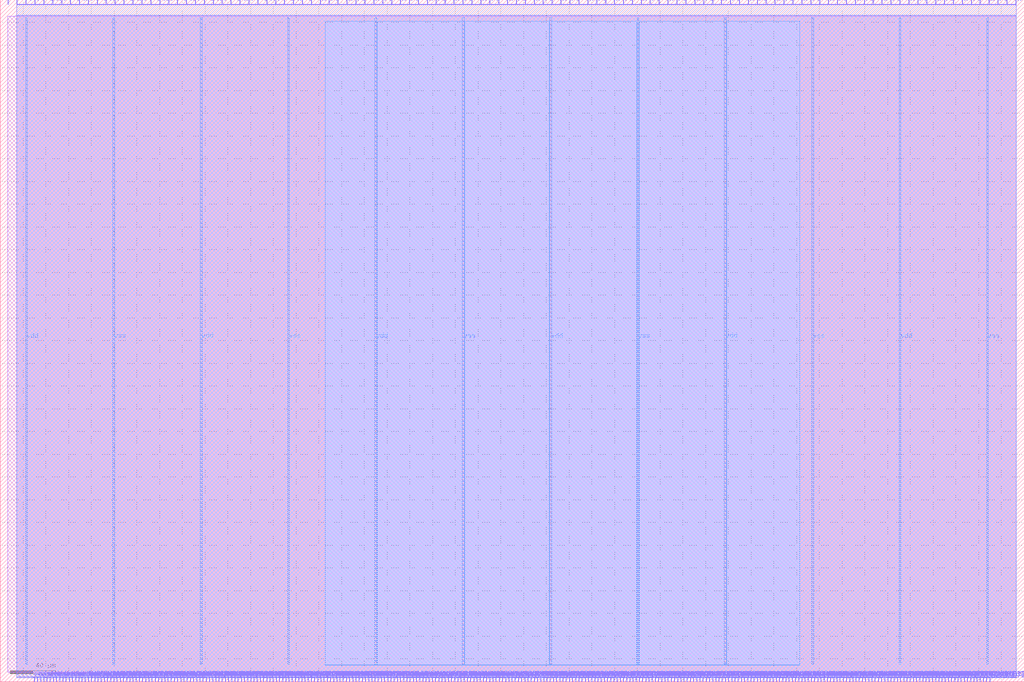
<source format=lef>
VERSION 5.7 ;
  NOWIREEXTENSIONATPIN ON ;
  DIVIDERCHAR "/" ;
  BUSBITCHARS "[]" ;
MACRO user_proj_example
  CLASS BLOCK ;
  FOREIGN user_proj_example ;
  ORIGIN 0.000 0.000 ;
  SIZE 900.000 BY 600.000 ;
  PIN io_in[0]
    DIRECTION INPUT ;
    USE SIGNAL ;
    PORT
      LAYER Metal2 ;
        RECT 6.720 596.000 7.280 600.000 ;
    END
  END io_in[0]
  PIN io_in[10]
    DIRECTION INPUT ;
    USE SIGNAL ;
    PORT
      LAYER Metal2 ;
        RECT 241.920 596.000 242.480 600.000 ;
    END
  END io_in[10]
  PIN io_in[11]
    DIRECTION INPUT ;
    USE SIGNAL ;
    PORT
      LAYER Metal2 ;
        RECT 265.440 596.000 266.000 600.000 ;
    END
  END io_in[11]
  PIN io_in[12]
    DIRECTION INPUT ;
    USE SIGNAL ;
    PORT
      LAYER Metal2 ;
        RECT 288.960 596.000 289.520 600.000 ;
    END
  END io_in[12]
  PIN io_in[13]
    DIRECTION INPUT ;
    USE SIGNAL ;
    PORT
      LAYER Metal2 ;
        RECT 312.480 596.000 313.040 600.000 ;
    END
  END io_in[13]
  PIN io_in[14]
    DIRECTION INPUT ;
    USE SIGNAL ;
    PORT
      LAYER Metal2 ;
        RECT 336.000 596.000 336.560 600.000 ;
    END
  END io_in[14]
  PIN io_in[15]
    DIRECTION INPUT ;
    USE SIGNAL ;
    PORT
      LAYER Metal2 ;
        RECT 359.520 596.000 360.080 600.000 ;
    END
  END io_in[15]
  PIN io_in[16]
    DIRECTION INPUT ;
    USE SIGNAL ;
    PORT
      LAYER Metal2 ;
        RECT 383.040 596.000 383.600 600.000 ;
    END
  END io_in[16]
  PIN io_in[17]
    DIRECTION INPUT ;
    USE SIGNAL ;
    PORT
      LAYER Metal2 ;
        RECT 406.560 596.000 407.120 600.000 ;
    END
  END io_in[17]
  PIN io_in[18]
    DIRECTION INPUT ;
    USE SIGNAL ;
    PORT
      LAYER Metal2 ;
        RECT 430.080 596.000 430.640 600.000 ;
    END
  END io_in[18]
  PIN io_in[19]
    DIRECTION INPUT ;
    USE SIGNAL ;
    PORT
      LAYER Metal2 ;
        RECT 453.600 596.000 454.160 600.000 ;
    END
  END io_in[19]
  PIN io_in[1]
    DIRECTION INPUT ;
    USE SIGNAL ;
    PORT
      LAYER Metal2 ;
        RECT 30.240 596.000 30.800 600.000 ;
    END
  END io_in[1]
  PIN io_in[20]
    DIRECTION INPUT ;
    USE SIGNAL ;
    PORT
      LAYER Metal2 ;
        RECT 477.120 596.000 477.680 600.000 ;
    END
  END io_in[20]
  PIN io_in[21]
    DIRECTION INPUT ;
    USE SIGNAL ;
    PORT
      LAYER Metal2 ;
        RECT 500.640 596.000 501.200 600.000 ;
    END
  END io_in[21]
  PIN io_in[22]
    DIRECTION INPUT ;
    USE SIGNAL ;
    PORT
      LAYER Metal2 ;
        RECT 524.160 596.000 524.720 600.000 ;
    END
  END io_in[22]
  PIN io_in[23]
    DIRECTION INPUT ;
    USE SIGNAL ;
    PORT
      LAYER Metal2 ;
        RECT 547.680 596.000 548.240 600.000 ;
    END
  END io_in[23]
  PIN io_in[24]
    DIRECTION INPUT ;
    USE SIGNAL ;
    PORT
      LAYER Metal2 ;
        RECT 571.200 596.000 571.760 600.000 ;
    END
  END io_in[24]
  PIN io_in[25]
    DIRECTION INPUT ;
    USE SIGNAL ;
    PORT
      LAYER Metal2 ;
        RECT 594.720 596.000 595.280 600.000 ;
    END
  END io_in[25]
  PIN io_in[26]
    DIRECTION INPUT ;
    USE SIGNAL ;
    PORT
      LAYER Metal2 ;
        RECT 618.240 596.000 618.800 600.000 ;
    END
  END io_in[26]
  PIN io_in[27]
    DIRECTION INPUT ;
    USE SIGNAL ;
    PORT
      LAYER Metal2 ;
        RECT 641.760 596.000 642.320 600.000 ;
    END
  END io_in[27]
  PIN io_in[28]
    DIRECTION INPUT ;
    USE SIGNAL ;
    PORT
      LAYER Metal2 ;
        RECT 665.280 596.000 665.840 600.000 ;
    END
  END io_in[28]
  PIN io_in[29]
    DIRECTION INPUT ;
    USE SIGNAL ;
    PORT
      LAYER Metal2 ;
        RECT 688.800 596.000 689.360 600.000 ;
    END
  END io_in[29]
  PIN io_in[2]
    DIRECTION INPUT ;
    USE SIGNAL ;
    PORT
      LAYER Metal2 ;
        RECT 53.760 596.000 54.320 600.000 ;
    END
  END io_in[2]
  PIN io_in[30]
    DIRECTION INPUT ;
    USE SIGNAL ;
    PORT
      LAYER Metal2 ;
        RECT 712.320 596.000 712.880 600.000 ;
    END
  END io_in[30]
  PIN io_in[31]
    DIRECTION INPUT ;
    USE SIGNAL ;
    PORT
      LAYER Metal2 ;
        RECT 735.840 596.000 736.400 600.000 ;
    END
  END io_in[31]
  PIN io_in[32]
    DIRECTION INPUT ;
    USE SIGNAL ;
    PORT
      LAYER Metal2 ;
        RECT 759.360 596.000 759.920 600.000 ;
    END
  END io_in[32]
  PIN io_in[33]
    DIRECTION INPUT ;
    USE SIGNAL ;
    PORT
      LAYER Metal2 ;
        RECT 782.880 596.000 783.440 600.000 ;
    END
  END io_in[33]
  PIN io_in[34]
    DIRECTION INPUT ;
    USE SIGNAL ;
    PORT
      LAYER Metal2 ;
        RECT 806.400 596.000 806.960 600.000 ;
    END
  END io_in[34]
  PIN io_in[35]
    DIRECTION INPUT ;
    USE SIGNAL ;
    PORT
      LAYER Metal2 ;
        RECT 829.920 596.000 830.480 600.000 ;
    END
  END io_in[35]
  PIN io_in[36]
    DIRECTION INPUT ;
    USE SIGNAL ;
    PORT
      LAYER Metal2 ;
        RECT 853.440 596.000 854.000 600.000 ;
    END
  END io_in[36]
  PIN io_in[37]
    DIRECTION INPUT ;
    USE SIGNAL ;
    PORT
      LAYER Metal2 ;
        RECT 876.960 596.000 877.520 600.000 ;
    END
  END io_in[37]
  PIN io_in[3]
    DIRECTION INPUT ;
    USE SIGNAL ;
    PORT
      LAYER Metal2 ;
        RECT 77.280 596.000 77.840 600.000 ;
    END
  END io_in[3]
  PIN io_in[4]
    DIRECTION INPUT ;
    USE SIGNAL ;
    PORT
      LAYER Metal2 ;
        RECT 100.800 596.000 101.360 600.000 ;
    END
  END io_in[4]
  PIN io_in[5]
    DIRECTION INPUT ;
    USE SIGNAL ;
    PORT
      LAYER Metal2 ;
        RECT 124.320 596.000 124.880 600.000 ;
    END
  END io_in[5]
  PIN io_in[6]
    DIRECTION INPUT ;
    USE SIGNAL ;
    PORT
      LAYER Metal2 ;
        RECT 147.840 596.000 148.400 600.000 ;
    END
  END io_in[6]
  PIN io_in[7]
    DIRECTION INPUT ;
    USE SIGNAL ;
    PORT
      LAYER Metal2 ;
        RECT 171.360 596.000 171.920 600.000 ;
    END
  END io_in[7]
  PIN io_in[8]
    DIRECTION INPUT ;
    USE SIGNAL ;
    PORT
      LAYER Metal2 ;
        RECT 194.880 596.000 195.440 600.000 ;
    END
  END io_in[8]
  PIN io_in[9]
    DIRECTION INPUT ;
    USE SIGNAL ;
    PORT
      LAYER Metal2 ;
        RECT 218.400 596.000 218.960 600.000 ;
    END
  END io_in[9]
  PIN io_oeb[0]
    DIRECTION OUTPUT TRISTATE ;
    USE SIGNAL ;
    PORT
      LAYER Metal2 ;
        RECT 14.560 596.000 15.120 600.000 ;
    END
  END io_oeb[0]
  PIN io_oeb[10]
    DIRECTION OUTPUT TRISTATE ;
    USE SIGNAL ;
    PORT
      LAYER Metal2 ;
        RECT 249.760 596.000 250.320 600.000 ;
    END
  END io_oeb[10]
  PIN io_oeb[11]
    DIRECTION OUTPUT TRISTATE ;
    USE SIGNAL ;
    PORT
      LAYER Metal2 ;
        RECT 273.280 596.000 273.840 600.000 ;
    END
  END io_oeb[11]
  PIN io_oeb[12]
    DIRECTION OUTPUT TRISTATE ;
    USE SIGNAL ;
    PORT
      LAYER Metal2 ;
        RECT 296.800 596.000 297.360 600.000 ;
    END
  END io_oeb[12]
  PIN io_oeb[13]
    DIRECTION OUTPUT TRISTATE ;
    USE SIGNAL ;
    PORT
      LAYER Metal2 ;
        RECT 320.320 596.000 320.880 600.000 ;
    END
  END io_oeb[13]
  PIN io_oeb[14]
    DIRECTION OUTPUT TRISTATE ;
    USE SIGNAL ;
    PORT
      LAYER Metal2 ;
        RECT 343.840 596.000 344.400 600.000 ;
    END
  END io_oeb[14]
  PIN io_oeb[15]
    DIRECTION OUTPUT TRISTATE ;
    USE SIGNAL ;
    PORT
      LAYER Metal2 ;
        RECT 367.360 596.000 367.920 600.000 ;
    END
  END io_oeb[15]
  PIN io_oeb[16]
    DIRECTION OUTPUT TRISTATE ;
    USE SIGNAL ;
    PORT
      LAYER Metal2 ;
        RECT 390.880 596.000 391.440 600.000 ;
    END
  END io_oeb[16]
  PIN io_oeb[17]
    DIRECTION OUTPUT TRISTATE ;
    USE SIGNAL ;
    PORT
      LAYER Metal2 ;
        RECT 414.400 596.000 414.960 600.000 ;
    END
  END io_oeb[17]
  PIN io_oeb[18]
    DIRECTION OUTPUT TRISTATE ;
    USE SIGNAL ;
    PORT
      LAYER Metal2 ;
        RECT 437.920 596.000 438.480 600.000 ;
    END
  END io_oeb[18]
  PIN io_oeb[19]
    DIRECTION OUTPUT TRISTATE ;
    USE SIGNAL ;
    PORT
      LAYER Metal2 ;
        RECT 461.440 596.000 462.000 600.000 ;
    END
  END io_oeb[19]
  PIN io_oeb[1]
    DIRECTION OUTPUT TRISTATE ;
    USE SIGNAL ;
    PORT
      LAYER Metal2 ;
        RECT 38.080 596.000 38.640 600.000 ;
    END
  END io_oeb[1]
  PIN io_oeb[20]
    DIRECTION OUTPUT TRISTATE ;
    USE SIGNAL ;
    PORT
      LAYER Metal2 ;
        RECT 484.960 596.000 485.520 600.000 ;
    END
  END io_oeb[20]
  PIN io_oeb[21]
    DIRECTION OUTPUT TRISTATE ;
    USE SIGNAL ;
    PORT
      LAYER Metal2 ;
        RECT 508.480 596.000 509.040 600.000 ;
    END
  END io_oeb[21]
  PIN io_oeb[22]
    DIRECTION OUTPUT TRISTATE ;
    USE SIGNAL ;
    PORT
      LAYER Metal2 ;
        RECT 532.000 596.000 532.560 600.000 ;
    END
  END io_oeb[22]
  PIN io_oeb[23]
    DIRECTION OUTPUT TRISTATE ;
    USE SIGNAL ;
    PORT
      LAYER Metal2 ;
        RECT 555.520 596.000 556.080 600.000 ;
    END
  END io_oeb[23]
  PIN io_oeb[24]
    DIRECTION OUTPUT TRISTATE ;
    USE SIGNAL ;
    PORT
      LAYER Metal2 ;
        RECT 579.040 596.000 579.600 600.000 ;
    END
  END io_oeb[24]
  PIN io_oeb[25]
    DIRECTION OUTPUT TRISTATE ;
    USE SIGNAL ;
    PORT
      LAYER Metal2 ;
        RECT 602.560 596.000 603.120 600.000 ;
    END
  END io_oeb[25]
  PIN io_oeb[26]
    DIRECTION OUTPUT TRISTATE ;
    USE SIGNAL ;
    PORT
      LAYER Metal2 ;
        RECT 626.080 596.000 626.640 600.000 ;
    END
  END io_oeb[26]
  PIN io_oeb[27]
    DIRECTION OUTPUT TRISTATE ;
    USE SIGNAL ;
    PORT
      LAYER Metal2 ;
        RECT 649.600 596.000 650.160 600.000 ;
    END
  END io_oeb[27]
  PIN io_oeb[28]
    DIRECTION OUTPUT TRISTATE ;
    USE SIGNAL ;
    PORT
      LAYER Metal2 ;
        RECT 673.120 596.000 673.680 600.000 ;
    END
  END io_oeb[28]
  PIN io_oeb[29]
    DIRECTION OUTPUT TRISTATE ;
    USE SIGNAL ;
    PORT
      LAYER Metal2 ;
        RECT 696.640 596.000 697.200 600.000 ;
    END
  END io_oeb[29]
  PIN io_oeb[2]
    DIRECTION OUTPUT TRISTATE ;
    USE SIGNAL ;
    PORT
      LAYER Metal2 ;
        RECT 61.600 596.000 62.160 600.000 ;
    END
  END io_oeb[2]
  PIN io_oeb[30]
    DIRECTION OUTPUT TRISTATE ;
    USE SIGNAL ;
    PORT
      LAYER Metal2 ;
        RECT 720.160 596.000 720.720 600.000 ;
    END
  END io_oeb[30]
  PIN io_oeb[31]
    DIRECTION OUTPUT TRISTATE ;
    USE SIGNAL ;
    PORT
      LAYER Metal2 ;
        RECT 743.680 596.000 744.240 600.000 ;
    END
  END io_oeb[31]
  PIN io_oeb[32]
    DIRECTION OUTPUT TRISTATE ;
    USE SIGNAL ;
    PORT
      LAYER Metal2 ;
        RECT 767.200 596.000 767.760 600.000 ;
    END
  END io_oeb[32]
  PIN io_oeb[33]
    DIRECTION OUTPUT TRISTATE ;
    USE SIGNAL ;
    PORT
      LAYER Metal2 ;
        RECT 790.720 596.000 791.280 600.000 ;
    END
  END io_oeb[33]
  PIN io_oeb[34]
    DIRECTION OUTPUT TRISTATE ;
    USE SIGNAL ;
    PORT
      LAYER Metal2 ;
        RECT 814.240 596.000 814.800 600.000 ;
    END
  END io_oeb[34]
  PIN io_oeb[35]
    DIRECTION OUTPUT TRISTATE ;
    USE SIGNAL ;
    PORT
      LAYER Metal2 ;
        RECT 837.760 596.000 838.320 600.000 ;
    END
  END io_oeb[35]
  PIN io_oeb[36]
    DIRECTION OUTPUT TRISTATE ;
    USE SIGNAL ;
    PORT
      LAYER Metal2 ;
        RECT 861.280 596.000 861.840 600.000 ;
    END
  END io_oeb[36]
  PIN io_oeb[37]
    DIRECTION OUTPUT TRISTATE ;
    USE SIGNAL ;
    PORT
      LAYER Metal2 ;
        RECT 884.800 596.000 885.360 600.000 ;
    END
  END io_oeb[37]
  PIN io_oeb[3]
    DIRECTION OUTPUT TRISTATE ;
    USE SIGNAL ;
    PORT
      LAYER Metal2 ;
        RECT 85.120 596.000 85.680 600.000 ;
    END
  END io_oeb[3]
  PIN io_oeb[4]
    DIRECTION OUTPUT TRISTATE ;
    USE SIGNAL ;
    PORT
      LAYER Metal2 ;
        RECT 108.640 596.000 109.200 600.000 ;
    END
  END io_oeb[4]
  PIN io_oeb[5]
    DIRECTION OUTPUT TRISTATE ;
    USE SIGNAL ;
    PORT
      LAYER Metal2 ;
        RECT 132.160 596.000 132.720 600.000 ;
    END
  END io_oeb[5]
  PIN io_oeb[6]
    DIRECTION OUTPUT TRISTATE ;
    USE SIGNAL ;
    PORT
      LAYER Metal2 ;
        RECT 155.680 596.000 156.240 600.000 ;
    END
  END io_oeb[6]
  PIN io_oeb[7]
    DIRECTION OUTPUT TRISTATE ;
    USE SIGNAL ;
    PORT
      LAYER Metal2 ;
        RECT 179.200 596.000 179.760 600.000 ;
    END
  END io_oeb[7]
  PIN io_oeb[8]
    DIRECTION OUTPUT TRISTATE ;
    USE SIGNAL ;
    PORT
      LAYER Metal2 ;
        RECT 202.720 596.000 203.280 600.000 ;
    END
  END io_oeb[8]
  PIN io_oeb[9]
    DIRECTION OUTPUT TRISTATE ;
    USE SIGNAL ;
    PORT
      LAYER Metal2 ;
        RECT 226.240 596.000 226.800 600.000 ;
    END
  END io_oeb[9]
  PIN io_out[0]
    DIRECTION OUTPUT TRISTATE ;
    USE SIGNAL ;
    PORT
      LAYER Metal2 ;
        RECT 22.400 596.000 22.960 600.000 ;
    END
  END io_out[0]
  PIN io_out[10]
    DIRECTION OUTPUT TRISTATE ;
    USE SIGNAL ;
    PORT
      LAYER Metal2 ;
        RECT 257.600 596.000 258.160 600.000 ;
    END
  END io_out[10]
  PIN io_out[11]
    DIRECTION OUTPUT TRISTATE ;
    USE SIGNAL ;
    PORT
      LAYER Metal2 ;
        RECT 281.120 596.000 281.680 600.000 ;
    END
  END io_out[11]
  PIN io_out[12]
    DIRECTION OUTPUT TRISTATE ;
    USE SIGNAL ;
    PORT
      LAYER Metal2 ;
        RECT 304.640 596.000 305.200 600.000 ;
    END
  END io_out[12]
  PIN io_out[13]
    DIRECTION OUTPUT TRISTATE ;
    USE SIGNAL ;
    PORT
      LAYER Metal2 ;
        RECT 328.160 596.000 328.720 600.000 ;
    END
  END io_out[13]
  PIN io_out[14]
    DIRECTION OUTPUT TRISTATE ;
    USE SIGNAL ;
    PORT
      LAYER Metal2 ;
        RECT 351.680 596.000 352.240 600.000 ;
    END
  END io_out[14]
  PIN io_out[15]
    DIRECTION OUTPUT TRISTATE ;
    USE SIGNAL ;
    PORT
      LAYER Metal2 ;
        RECT 375.200 596.000 375.760 600.000 ;
    END
  END io_out[15]
  PIN io_out[16]
    DIRECTION OUTPUT TRISTATE ;
    USE SIGNAL ;
    PORT
      LAYER Metal2 ;
        RECT 398.720 596.000 399.280 600.000 ;
    END
  END io_out[16]
  PIN io_out[17]
    DIRECTION OUTPUT TRISTATE ;
    USE SIGNAL ;
    PORT
      LAYER Metal2 ;
        RECT 422.240 596.000 422.800 600.000 ;
    END
  END io_out[17]
  PIN io_out[18]
    DIRECTION OUTPUT TRISTATE ;
    USE SIGNAL ;
    PORT
      LAYER Metal2 ;
        RECT 445.760 596.000 446.320 600.000 ;
    END
  END io_out[18]
  PIN io_out[19]
    DIRECTION OUTPUT TRISTATE ;
    USE SIGNAL ;
    PORT
      LAYER Metal2 ;
        RECT 469.280 596.000 469.840 600.000 ;
    END
  END io_out[19]
  PIN io_out[1]
    DIRECTION OUTPUT TRISTATE ;
    USE SIGNAL ;
    PORT
      LAYER Metal2 ;
        RECT 45.920 596.000 46.480 600.000 ;
    END
  END io_out[1]
  PIN io_out[20]
    DIRECTION OUTPUT TRISTATE ;
    USE SIGNAL ;
    PORT
      LAYER Metal2 ;
        RECT 492.800 596.000 493.360 600.000 ;
    END
  END io_out[20]
  PIN io_out[21]
    DIRECTION OUTPUT TRISTATE ;
    USE SIGNAL ;
    PORT
      LAYER Metal2 ;
        RECT 516.320 596.000 516.880 600.000 ;
    END
  END io_out[21]
  PIN io_out[22]
    DIRECTION OUTPUT TRISTATE ;
    USE SIGNAL ;
    PORT
      LAYER Metal2 ;
        RECT 539.840 596.000 540.400 600.000 ;
    END
  END io_out[22]
  PIN io_out[23]
    DIRECTION OUTPUT TRISTATE ;
    USE SIGNAL ;
    PORT
      LAYER Metal2 ;
        RECT 563.360 596.000 563.920 600.000 ;
    END
  END io_out[23]
  PIN io_out[24]
    DIRECTION OUTPUT TRISTATE ;
    USE SIGNAL ;
    PORT
      LAYER Metal2 ;
        RECT 586.880 596.000 587.440 600.000 ;
    END
  END io_out[24]
  PIN io_out[25]
    DIRECTION OUTPUT TRISTATE ;
    USE SIGNAL ;
    PORT
      LAYER Metal2 ;
        RECT 610.400 596.000 610.960 600.000 ;
    END
  END io_out[25]
  PIN io_out[26]
    DIRECTION OUTPUT TRISTATE ;
    USE SIGNAL ;
    PORT
      LAYER Metal2 ;
        RECT 633.920 596.000 634.480 600.000 ;
    END
  END io_out[26]
  PIN io_out[27]
    DIRECTION OUTPUT TRISTATE ;
    USE SIGNAL ;
    PORT
      LAYER Metal2 ;
        RECT 657.440 596.000 658.000 600.000 ;
    END
  END io_out[27]
  PIN io_out[28]
    DIRECTION OUTPUT TRISTATE ;
    USE SIGNAL ;
    PORT
      LAYER Metal2 ;
        RECT 680.960 596.000 681.520 600.000 ;
    END
  END io_out[28]
  PIN io_out[29]
    DIRECTION OUTPUT TRISTATE ;
    USE SIGNAL ;
    PORT
      LAYER Metal2 ;
        RECT 704.480 596.000 705.040 600.000 ;
    END
  END io_out[29]
  PIN io_out[2]
    DIRECTION OUTPUT TRISTATE ;
    USE SIGNAL ;
    PORT
      LAYER Metal2 ;
        RECT 69.440 596.000 70.000 600.000 ;
    END
  END io_out[2]
  PIN io_out[30]
    DIRECTION OUTPUT TRISTATE ;
    USE SIGNAL ;
    PORT
      LAYER Metal2 ;
        RECT 728.000 596.000 728.560 600.000 ;
    END
  END io_out[30]
  PIN io_out[31]
    DIRECTION OUTPUT TRISTATE ;
    USE SIGNAL ;
    PORT
      LAYER Metal2 ;
        RECT 751.520 596.000 752.080 600.000 ;
    END
  END io_out[31]
  PIN io_out[32]
    DIRECTION OUTPUT TRISTATE ;
    USE SIGNAL ;
    PORT
      LAYER Metal2 ;
        RECT 775.040 596.000 775.600 600.000 ;
    END
  END io_out[32]
  PIN io_out[33]
    DIRECTION OUTPUT TRISTATE ;
    USE SIGNAL ;
    PORT
      LAYER Metal2 ;
        RECT 798.560 596.000 799.120 600.000 ;
    END
  END io_out[33]
  PIN io_out[34]
    DIRECTION OUTPUT TRISTATE ;
    USE SIGNAL ;
    PORT
      LAYER Metal2 ;
        RECT 822.080 596.000 822.640 600.000 ;
    END
  END io_out[34]
  PIN io_out[35]
    DIRECTION OUTPUT TRISTATE ;
    USE SIGNAL ;
    PORT
      LAYER Metal2 ;
        RECT 845.600 596.000 846.160 600.000 ;
    END
  END io_out[35]
  PIN io_out[36]
    DIRECTION OUTPUT TRISTATE ;
    USE SIGNAL ;
    PORT
      LAYER Metal2 ;
        RECT 869.120 596.000 869.680 600.000 ;
    END
  END io_out[36]
  PIN io_out[37]
    DIRECTION OUTPUT TRISTATE ;
    USE SIGNAL ;
    PORT
      LAYER Metal2 ;
        RECT 892.640 596.000 893.200 600.000 ;
    END
  END io_out[37]
  PIN io_out[3]
    DIRECTION OUTPUT TRISTATE ;
    USE SIGNAL ;
    PORT
      LAYER Metal2 ;
        RECT 92.960 596.000 93.520 600.000 ;
    END
  END io_out[3]
  PIN io_out[4]
    DIRECTION OUTPUT TRISTATE ;
    USE SIGNAL ;
    PORT
      LAYER Metal2 ;
        RECT 116.480 596.000 117.040 600.000 ;
    END
  END io_out[4]
  PIN io_out[5]
    DIRECTION OUTPUT TRISTATE ;
    USE SIGNAL ;
    PORT
      LAYER Metal2 ;
        RECT 140.000 596.000 140.560 600.000 ;
    END
  END io_out[5]
  PIN io_out[6]
    DIRECTION OUTPUT TRISTATE ;
    USE SIGNAL ;
    PORT
      LAYER Metal2 ;
        RECT 163.520 596.000 164.080 600.000 ;
    END
  END io_out[6]
  PIN io_out[7]
    DIRECTION OUTPUT TRISTATE ;
    USE SIGNAL ;
    PORT
      LAYER Metal2 ;
        RECT 187.040 596.000 187.600 600.000 ;
    END
  END io_out[7]
  PIN io_out[8]
    DIRECTION OUTPUT TRISTATE ;
    USE SIGNAL ;
    PORT
      LAYER Metal2 ;
        RECT 210.560 596.000 211.120 600.000 ;
    END
  END io_out[8]
  PIN io_out[9]
    DIRECTION OUTPUT TRISTATE ;
    USE SIGNAL ;
    PORT
      LAYER Metal2 ;
        RECT 234.080 596.000 234.640 600.000 ;
    END
  END io_out[9]
  PIN irq[0]
    DIRECTION OUTPUT TRISTATE ;
    USE SIGNAL ;
    PORT
      LAYER Metal2 ;
        RECT 864.080 0.000 864.640 4.000 ;
    END
  END irq[0]
  PIN irq[1]
    DIRECTION OUTPUT TRISTATE ;
    USE SIGNAL ;
    PORT
      LAYER Metal2 ;
        RECT 866.880 0.000 867.440 4.000 ;
    END
  END irq[1]
  PIN irq[2]
    DIRECTION OUTPUT TRISTATE ;
    USE SIGNAL ;
    PORT
      LAYER Metal2 ;
        RECT 869.680 0.000 870.240 4.000 ;
    END
  END irq[2]
  PIN la_data_in[0]
    DIRECTION INPUT ;
    USE SIGNAL ;
    PORT
      LAYER Metal2 ;
        RECT 326.480 0.000 327.040 4.000 ;
    END
  END la_data_in[0]
  PIN la_data_in[10]
    DIRECTION INPUT ;
    USE SIGNAL ;
    PORT
      LAYER Metal2 ;
        RECT 410.480 0.000 411.040 4.000 ;
    END
  END la_data_in[10]
  PIN la_data_in[11]
    DIRECTION INPUT ;
    USE SIGNAL ;
    PORT
      LAYER Metal2 ;
        RECT 418.880 0.000 419.440 4.000 ;
    END
  END la_data_in[11]
  PIN la_data_in[12]
    DIRECTION INPUT ;
    USE SIGNAL ;
    PORT
      LAYER Metal2 ;
        RECT 427.280 0.000 427.840 4.000 ;
    END
  END la_data_in[12]
  PIN la_data_in[13]
    DIRECTION INPUT ;
    USE SIGNAL ;
    PORT
      LAYER Metal2 ;
        RECT 435.680 0.000 436.240 4.000 ;
    END
  END la_data_in[13]
  PIN la_data_in[14]
    DIRECTION INPUT ;
    USE SIGNAL ;
    PORT
      LAYER Metal2 ;
        RECT 444.080 0.000 444.640 4.000 ;
    END
  END la_data_in[14]
  PIN la_data_in[15]
    DIRECTION INPUT ;
    USE SIGNAL ;
    PORT
      LAYER Metal2 ;
        RECT 452.480 0.000 453.040 4.000 ;
    END
  END la_data_in[15]
  PIN la_data_in[16]
    DIRECTION INPUT ;
    USE SIGNAL ;
    PORT
      LAYER Metal2 ;
        RECT 460.880 0.000 461.440 4.000 ;
    END
  END la_data_in[16]
  PIN la_data_in[17]
    DIRECTION INPUT ;
    USE SIGNAL ;
    PORT
      LAYER Metal2 ;
        RECT 469.280 0.000 469.840 4.000 ;
    END
  END la_data_in[17]
  PIN la_data_in[18]
    DIRECTION INPUT ;
    USE SIGNAL ;
    PORT
      LAYER Metal2 ;
        RECT 477.680 0.000 478.240 4.000 ;
    END
  END la_data_in[18]
  PIN la_data_in[19]
    DIRECTION INPUT ;
    USE SIGNAL ;
    PORT
      LAYER Metal2 ;
        RECT 486.080 0.000 486.640 4.000 ;
    END
  END la_data_in[19]
  PIN la_data_in[1]
    DIRECTION INPUT ;
    USE SIGNAL ;
    PORT
      LAYER Metal2 ;
        RECT 334.880 0.000 335.440 4.000 ;
    END
  END la_data_in[1]
  PIN la_data_in[20]
    DIRECTION INPUT ;
    USE SIGNAL ;
    PORT
      LAYER Metal2 ;
        RECT 494.480 0.000 495.040 4.000 ;
    END
  END la_data_in[20]
  PIN la_data_in[21]
    DIRECTION INPUT ;
    USE SIGNAL ;
    PORT
      LAYER Metal2 ;
        RECT 502.880 0.000 503.440 4.000 ;
    END
  END la_data_in[21]
  PIN la_data_in[22]
    DIRECTION INPUT ;
    USE SIGNAL ;
    PORT
      LAYER Metal2 ;
        RECT 511.280 0.000 511.840 4.000 ;
    END
  END la_data_in[22]
  PIN la_data_in[23]
    DIRECTION INPUT ;
    USE SIGNAL ;
    PORT
      LAYER Metal2 ;
        RECT 519.680 0.000 520.240 4.000 ;
    END
  END la_data_in[23]
  PIN la_data_in[24]
    DIRECTION INPUT ;
    USE SIGNAL ;
    PORT
      LAYER Metal2 ;
        RECT 528.080 0.000 528.640 4.000 ;
    END
  END la_data_in[24]
  PIN la_data_in[25]
    DIRECTION INPUT ;
    USE SIGNAL ;
    PORT
      LAYER Metal2 ;
        RECT 536.480 0.000 537.040 4.000 ;
    END
  END la_data_in[25]
  PIN la_data_in[26]
    DIRECTION INPUT ;
    USE SIGNAL ;
    PORT
      LAYER Metal2 ;
        RECT 544.880 0.000 545.440 4.000 ;
    END
  END la_data_in[26]
  PIN la_data_in[27]
    DIRECTION INPUT ;
    USE SIGNAL ;
    PORT
      LAYER Metal2 ;
        RECT 553.280 0.000 553.840 4.000 ;
    END
  END la_data_in[27]
  PIN la_data_in[28]
    DIRECTION INPUT ;
    USE SIGNAL ;
    PORT
      LAYER Metal2 ;
        RECT 561.680 0.000 562.240 4.000 ;
    END
  END la_data_in[28]
  PIN la_data_in[29]
    DIRECTION INPUT ;
    USE SIGNAL ;
    PORT
      LAYER Metal2 ;
        RECT 570.080 0.000 570.640 4.000 ;
    END
  END la_data_in[29]
  PIN la_data_in[2]
    DIRECTION INPUT ;
    USE SIGNAL ;
    PORT
      LAYER Metal2 ;
        RECT 343.280 0.000 343.840 4.000 ;
    END
  END la_data_in[2]
  PIN la_data_in[30]
    DIRECTION INPUT ;
    USE SIGNAL ;
    PORT
      LAYER Metal2 ;
        RECT 578.480 0.000 579.040 4.000 ;
    END
  END la_data_in[30]
  PIN la_data_in[31]
    DIRECTION INPUT ;
    USE SIGNAL ;
    PORT
      LAYER Metal2 ;
        RECT 586.880 0.000 587.440 4.000 ;
    END
  END la_data_in[31]
  PIN la_data_in[32]
    DIRECTION INPUT ;
    USE SIGNAL ;
    PORT
      LAYER Metal2 ;
        RECT 595.280 0.000 595.840 4.000 ;
    END
  END la_data_in[32]
  PIN la_data_in[33]
    DIRECTION INPUT ;
    USE SIGNAL ;
    PORT
      LAYER Metal2 ;
        RECT 603.680 0.000 604.240 4.000 ;
    END
  END la_data_in[33]
  PIN la_data_in[34]
    DIRECTION INPUT ;
    USE SIGNAL ;
    PORT
      LAYER Metal2 ;
        RECT 612.080 0.000 612.640 4.000 ;
    END
  END la_data_in[34]
  PIN la_data_in[35]
    DIRECTION INPUT ;
    USE SIGNAL ;
    PORT
      LAYER Metal2 ;
        RECT 620.480 0.000 621.040 4.000 ;
    END
  END la_data_in[35]
  PIN la_data_in[36]
    DIRECTION INPUT ;
    USE SIGNAL ;
    PORT
      LAYER Metal2 ;
        RECT 628.880 0.000 629.440 4.000 ;
    END
  END la_data_in[36]
  PIN la_data_in[37]
    DIRECTION INPUT ;
    USE SIGNAL ;
    PORT
      LAYER Metal2 ;
        RECT 637.280 0.000 637.840 4.000 ;
    END
  END la_data_in[37]
  PIN la_data_in[38]
    DIRECTION INPUT ;
    USE SIGNAL ;
    PORT
      LAYER Metal2 ;
        RECT 645.680 0.000 646.240 4.000 ;
    END
  END la_data_in[38]
  PIN la_data_in[39]
    DIRECTION INPUT ;
    USE SIGNAL ;
    PORT
      LAYER Metal2 ;
        RECT 654.080 0.000 654.640 4.000 ;
    END
  END la_data_in[39]
  PIN la_data_in[3]
    DIRECTION INPUT ;
    USE SIGNAL ;
    PORT
      LAYER Metal2 ;
        RECT 351.680 0.000 352.240 4.000 ;
    END
  END la_data_in[3]
  PIN la_data_in[40]
    DIRECTION INPUT ;
    USE SIGNAL ;
    PORT
      LAYER Metal2 ;
        RECT 662.480 0.000 663.040 4.000 ;
    END
  END la_data_in[40]
  PIN la_data_in[41]
    DIRECTION INPUT ;
    USE SIGNAL ;
    PORT
      LAYER Metal2 ;
        RECT 670.880 0.000 671.440 4.000 ;
    END
  END la_data_in[41]
  PIN la_data_in[42]
    DIRECTION INPUT ;
    USE SIGNAL ;
    PORT
      LAYER Metal2 ;
        RECT 679.280 0.000 679.840 4.000 ;
    END
  END la_data_in[42]
  PIN la_data_in[43]
    DIRECTION INPUT ;
    USE SIGNAL ;
    PORT
      LAYER Metal2 ;
        RECT 687.680 0.000 688.240 4.000 ;
    END
  END la_data_in[43]
  PIN la_data_in[44]
    DIRECTION INPUT ;
    USE SIGNAL ;
    PORT
      LAYER Metal2 ;
        RECT 696.080 0.000 696.640 4.000 ;
    END
  END la_data_in[44]
  PIN la_data_in[45]
    DIRECTION INPUT ;
    USE SIGNAL ;
    PORT
      LAYER Metal2 ;
        RECT 704.480 0.000 705.040 4.000 ;
    END
  END la_data_in[45]
  PIN la_data_in[46]
    DIRECTION INPUT ;
    USE SIGNAL ;
    PORT
      LAYER Metal2 ;
        RECT 712.880 0.000 713.440 4.000 ;
    END
  END la_data_in[46]
  PIN la_data_in[47]
    DIRECTION INPUT ;
    USE SIGNAL ;
    PORT
      LAYER Metal2 ;
        RECT 721.280 0.000 721.840 4.000 ;
    END
  END la_data_in[47]
  PIN la_data_in[48]
    DIRECTION INPUT ;
    USE SIGNAL ;
    PORT
      LAYER Metal2 ;
        RECT 729.680 0.000 730.240 4.000 ;
    END
  END la_data_in[48]
  PIN la_data_in[49]
    DIRECTION INPUT ;
    USE SIGNAL ;
    PORT
      LAYER Metal2 ;
        RECT 738.080 0.000 738.640 4.000 ;
    END
  END la_data_in[49]
  PIN la_data_in[4]
    DIRECTION INPUT ;
    USE SIGNAL ;
    PORT
      LAYER Metal2 ;
        RECT 360.080 0.000 360.640 4.000 ;
    END
  END la_data_in[4]
  PIN la_data_in[50]
    DIRECTION INPUT ;
    USE SIGNAL ;
    PORT
      LAYER Metal2 ;
        RECT 746.480 0.000 747.040 4.000 ;
    END
  END la_data_in[50]
  PIN la_data_in[51]
    DIRECTION INPUT ;
    USE SIGNAL ;
    PORT
      LAYER Metal2 ;
        RECT 754.880 0.000 755.440 4.000 ;
    END
  END la_data_in[51]
  PIN la_data_in[52]
    DIRECTION INPUT ;
    USE SIGNAL ;
    PORT
      LAYER Metal2 ;
        RECT 763.280 0.000 763.840 4.000 ;
    END
  END la_data_in[52]
  PIN la_data_in[53]
    DIRECTION INPUT ;
    USE SIGNAL ;
    PORT
      LAYER Metal2 ;
        RECT 771.680 0.000 772.240 4.000 ;
    END
  END la_data_in[53]
  PIN la_data_in[54]
    DIRECTION INPUT ;
    USE SIGNAL ;
    PORT
      LAYER Metal2 ;
        RECT 780.080 0.000 780.640 4.000 ;
    END
  END la_data_in[54]
  PIN la_data_in[55]
    DIRECTION INPUT ;
    USE SIGNAL ;
    PORT
      LAYER Metal2 ;
        RECT 788.480 0.000 789.040 4.000 ;
    END
  END la_data_in[55]
  PIN la_data_in[56]
    DIRECTION INPUT ;
    USE SIGNAL ;
    PORT
      LAYER Metal2 ;
        RECT 796.880 0.000 797.440 4.000 ;
    END
  END la_data_in[56]
  PIN la_data_in[57]
    DIRECTION INPUT ;
    USE SIGNAL ;
    PORT
      LAYER Metal2 ;
        RECT 805.280 0.000 805.840 4.000 ;
    END
  END la_data_in[57]
  PIN la_data_in[58]
    DIRECTION INPUT ;
    USE SIGNAL ;
    PORT
      LAYER Metal2 ;
        RECT 813.680 0.000 814.240 4.000 ;
    END
  END la_data_in[58]
  PIN la_data_in[59]
    DIRECTION INPUT ;
    USE SIGNAL ;
    PORT
      LAYER Metal2 ;
        RECT 822.080 0.000 822.640 4.000 ;
    END
  END la_data_in[59]
  PIN la_data_in[5]
    DIRECTION INPUT ;
    USE SIGNAL ;
    PORT
      LAYER Metal2 ;
        RECT 368.480 0.000 369.040 4.000 ;
    END
  END la_data_in[5]
  PIN la_data_in[60]
    DIRECTION INPUT ;
    USE SIGNAL ;
    PORT
      LAYER Metal2 ;
        RECT 830.480 0.000 831.040 4.000 ;
    END
  END la_data_in[60]
  PIN la_data_in[61]
    DIRECTION INPUT ;
    USE SIGNAL ;
    PORT
      LAYER Metal2 ;
        RECT 838.880 0.000 839.440 4.000 ;
    END
  END la_data_in[61]
  PIN la_data_in[62]
    DIRECTION INPUT ;
    USE SIGNAL ;
    PORT
      LAYER Metal2 ;
        RECT 847.280 0.000 847.840 4.000 ;
    END
  END la_data_in[62]
  PIN la_data_in[63]
    DIRECTION INPUT ;
    USE SIGNAL ;
    PORT
      LAYER Metal2 ;
        RECT 855.680 0.000 856.240 4.000 ;
    END
  END la_data_in[63]
  PIN la_data_in[6]
    DIRECTION INPUT ;
    USE SIGNAL ;
    PORT
      LAYER Metal2 ;
        RECT 376.880 0.000 377.440 4.000 ;
    END
  END la_data_in[6]
  PIN la_data_in[7]
    DIRECTION INPUT ;
    USE SIGNAL ;
    PORT
      LAYER Metal2 ;
        RECT 385.280 0.000 385.840 4.000 ;
    END
  END la_data_in[7]
  PIN la_data_in[8]
    DIRECTION INPUT ;
    USE SIGNAL ;
    PORT
      LAYER Metal2 ;
        RECT 393.680 0.000 394.240 4.000 ;
    END
  END la_data_in[8]
  PIN la_data_in[9]
    DIRECTION INPUT ;
    USE SIGNAL ;
    PORT
      LAYER Metal2 ;
        RECT 402.080 0.000 402.640 4.000 ;
    END
  END la_data_in[9]
  PIN la_data_out[0]
    DIRECTION OUTPUT TRISTATE ;
    USE SIGNAL ;
    PORT
      LAYER Metal2 ;
        RECT 329.280 0.000 329.840 4.000 ;
    END
  END la_data_out[0]
  PIN la_data_out[10]
    DIRECTION OUTPUT TRISTATE ;
    USE SIGNAL ;
    PORT
      LAYER Metal2 ;
        RECT 413.280 0.000 413.840 4.000 ;
    END
  END la_data_out[10]
  PIN la_data_out[11]
    DIRECTION OUTPUT TRISTATE ;
    USE SIGNAL ;
    PORT
      LAYER Metal2 ;
        RECT 421.680 0.000 422.240 4.000 ;
    END
  END la_data_out[11]
  PIN la_data_out[12]
    DIRECTION OUTPUT TRISTATE ;
    USE SIGNAL ;
    PORT
      LAYER Metal2 ;
        RECT 430.080 0.000 430.640 4.000 ;
    END
  END la_data_out[12]
  PIN la_data_out[13]
    DIRECTION OUTPUT TRISTATE ;
    USE SIGNAL ;
    PORT
      LAYER Metal2 ;
        RECT 438.480 0.000 439.040 4.000 ;
    END
  END la_data_out[13]
  PIN la_data_out[14]
    DIRECTION OUTPUT TRISTATE ;
    USE SIGNAL ;
    PORT
      LAYER Metal2 ;
        RECT 446.880 0.000 447.440 4.000 ;
    END
  END la_data_out[14]
  PIN la_data_out[15]
    DIRECTION OUTPUT TRISTATE ;
    USE SIGNAL ;
    PORT
      LAYER Metal2 ;
        RECT 455.280 0.000 455.840 4.000 ;
    END
  END la_data_out[15]
  PIN la_data_out[16]
    DIRECTION OUTPUT TRISTATE ;
    USE SIGNAL ;
    PORT
      LAYER Metal2 ;
        RECT 463.680 0.000 464.240 4.000 ;
    END
  END la_data_out[16]
  PIN la_data_out[17]
    DIRECTION OUTPUT TRISTATE ;
    USE SIGNAL ;
    PORT
      LAYER Metal2 ;
        RECT 472.080 0.000 472.640 4.000 ;
    END
  END la_data_out[17]
  PIN la_data_out[18]
    DIRECTION OUTPUT TRISTATE ;
    USE SIGNAL ;
    PORT
      LAYER Metal2 ;
        RECT 480.480 0.000 481.040 4.000 ;
    END
  END la_data_out[18]
  PIN la_data_out[19]
    DIRECTION OUTPUT TRISTATE ;
    USE SIGNAL ;
    PORT
      LAYER Metal2 ;
        RECT 488.880 0.000 489.440 4.000 ;
    END
  END la_data_out[19]
  PIN la_data_out[1]
    DIRECTION OUTPUT TRISTATE ;
    USE SIGNAL ;
    PORT
      LAYER Metal2 ;
        RECT 337.680 0.000 338.240 4.000 ;
    END
  END la_data_out[1]
  PIN la_data_out[20]
    DIRECTION OUTPUT TRISTATE ;
    USE SIGNAL ;
    PORT
      LAYER Metal2 ;
        RECT 497.280 0.000 497.840 4.000 ;
    END
  END la_data_out[20]
  PIN la_data_out[21]
    DIRECTION OUTPUT TRISTATE ;
    USE SIGNAL ;
    PORT
      LAYER Metal2 ;
        RECT 505.680 0.000 506.240 4.000 ;
    END
  END la_data_out[21]
  PIN la_data_out[22]
    DIRECTION OUTPUT TRISTATE ;
    USE SIGNAL ;
    PORT
      LAYER Metal2 ;
        RECT 514.080 0.000 514.640 4.000 ;
    END
  END la_data_out[22]
  PIN la_data_out[23]
    DIRECTION OUTPUT TRISTATE ;
    USE SIGNAL ;
    PORT
      LAYER Metal2 ;
        RECT 522.480 0.000 523.040 4.000 ;
    END
  END la_data_out[23]
  PIN la_data_out[24]
    DIRECTION OUTPUT TRISTATE ;
    USE SIGNAL ;
    PORT
      LAYER Metal2 ;
        RECT 530.880 0.000 531.440 4.000 ;
    END
  END la_data_out[24]
  PIN la_data_out[25]
    DIRECTION OUTPUT TRISTATE ;
    USE SIGNAL ;
    PORT
      LAYER Metal2 ;
        RECT 539.280 0.000 539.840 4.000 ;
    END
  END la_data_out[25]
  PIN la_data_out[26]
    DIRECTION OUTPUT TRISTATE ;
    USE SIGNAL ;
    PORT
      LAYER Metal2 ;
        RECT 547.680 0.000 548.240 4.000 ;
    END
  END la_data_out[26]
  PIN la_data_out[27]
    DIRECTION OUTPUT TRISTATE ;
    USE SIGNAL ;
    PORT
      LAYER Metal2 ;
        RECT 556.080 0.000 556.640 4.000 ;
    END
  END la_data_out[27]
  PIN la_data_out[28]
    DIRECTION OUTPUT TRISTATE ;
    USE SIGNAL ;
    PORT
      LAYER Metal2 ;
        RECT 564.480 0.000 565.040 4.000 ;
    END
  END la_data_out[28]
  PIN la_data_out[29]
    DIRECTION OUTPUT TRISTATE ;
    USE SIGNAL ;
    PORT
      LAYER Metal2 ;
        RECT 572.880 0.000 573.440 4.000 ;
    END
  END la_data_out[29]
  PIN la_data_out[2]
    DIRECTION OUTPUT TRISTATE ;
    USE SIGNAL ;
    PORT
      LAYER Metal2 ;
        RECT 346.080 0.000 346.640 4.000 ;
    END
  END la_data_out[2]
  PIN la_data_out[30]
    DIRECTION OUTPUT TRISTATE ;
    USE SIGNAL ;
    PORT
      LAYER Metal2 ;
        RECT 581.280 0.000 581.840 4.000 ;
    END
  END la_data_out[30]
  PIN la_data_out[31]
    DIRECTION OUTPUT TRISTATE ;
    USE SIGNAL ;
    PORT
      LAYER Metal2 ;
        RECT 589.680 0.000 590.240 4.000 ;
    END
  END la_data_out[31]
  PIN la_data_out[32]
    DIRECTION OUTPUT TRISTATE ;
    USE SIGNAL ;
    PORT
      LAYER Metal2 ;
        RECT 598.080 0.000 598.640 4.000 ;
    END
  END la_data_out[32]
  PIN la_data_out[33]
    DIRECTION OUTPUT TRISTATE ;
    USE SIGNAL ;
    PORT
      LAYER Metal2 ;
        RECT 606.480 0.000 607.040 4.000 ;
    END
  END la_data_out[33]
  PIN la_data_out[34]
    DIRECTION OUTPUT TRISTATE ;
    USE SIGNAL ;
    PORT
      LAYER Metal2 ;
        RECT 614.880 0.000 615.440 4.000 ;
    END
  END la_data_out[34]
  PIN la_data_out[35]
    DIRECTION OUTPUT TRISTATE ;
    USE SIGNAL ;
    PORT
      LAYER Metal2 ;
        RECT 623.280 0.000 623.840 4.000 ;
    END
  END la_data_out[35]
  PIN la_data_out[36]
    DIRECTION OUTPUT TRISTATE ;
    USE SIGNAL ;
    PORT
      LAYER Metal2 ;
        RECT 631.680 0.000 632.240 4.000 ;
    END
  END la_data_out[36]
  PIN la_data_out[37]
    DIRECTION OUTPUT TRISTATE ;
    USE SIGNAL ;
    PORT
      LAYER Metal2 ;
        RECT 640.080 0.000 640.640 4.000 ;
    END
  END la_data_out[37]
  PIN la_data_out[38]
    DIRECTION OUTPUT TRISTATE ;
    USE SIGNAL ;
    PORT
      LAYER Metal2 ;
        RECT 648.480 0.000 649.040 4.000 ;
    END
  END la_data_out[38]
  PIN la_data_out[39]
    DIRECTION OUTPUT TRISTATE ;
    USE SIGNAL ;
    PORT
      LAYER Metal2 ;
        RECT 656.880 0.000 657.440 4.000 ;
    END
  END la_data_out[39]
  PIN la_data_out[3]
    DIRECTION OUTPUT TRISTATE ;
    USE SIGNAL ;
    PORT
      LAYER Metal2 ;
        RECT 354.480 0.000 355.040 4.000 ;
    END
  END la_data_out[3]
  PIN la_data_out[40]
    DIRECTION OUTPUT TRISTATE ;
    USE SIGNAL ;
    PORT
      LAYER Metal2 ;
        RECT 665.280 0.000 665.840 4.000 ;
    END
  END la_data_out[40]
  PIN la_data_out[41]
    DIRECTION OUTPUT TRISTATE ;
    USE SIGNAL ;
    PORT
      LAYER Metal2 ;
        RECT 673.680 0.000 674.240 4.000 ;
    END
  END la_data_out[41]
  PIN la_data_out[42]
    DIRECTION OUTPUT TRISTATE ;
    USE SIGNAL ;
    PORT
      LAYER Metal2 ;
        RECT 682.080 0.000 682.640 4.000 ;
    END
  END la_data_out[42]
  PIN la_data_out[43]
    DIRECTION OUTPUT TRISTATE ;
    USE SIGNAL ;
    PORT
      LAYER Metal2 ;
        RECT 690.480 0.000 691.040 4.000 ;
    END
  END la_data_out[43]
  PIN la_data_out[44]
    DIRECTION OUTPUT TRISTATE ;
    USE SIGNAL ;
    PORT
      LAYER Metal2 ;
        RECT 698.880 0.000 699.440 4.000 ;
    END
  END la_data_out[44]
  PIN la_data_out[45]
    DIRECTION OUTPUT TRISTATE ;
    USE SIGNAL ;
    PORT
      LAYER Metal2 ;
        RECT 707.280 0.000 707.840 4.000 ;
    END
  END la_data_out[45]
  PIN la_data_out[46]
    DIRECTION OUTPUT TRISTATE ;
    USE SIGNAL ;
    PORT
      LAYER Metal2 ;
        RECT 715.680 0.000 716.240 4.000 ;
    END
  END la_data_out[46]
  PIN la_data_out[47]
    DIRECTION OUTPUT TRISTATE ;
    USE SIGNAL ;
    PORT
      LAYER Metal2 ;
        RECT 724.080 0.000 724.640 4.000 ;
    END
  END la_data_out[47]
  PIN la_data_out[48]
    DIRECTION OUTPUT TRISTATE ;
    USE SIGNAL ;
    PORT
      LAYER Metal2 ;
        RECT 732.480 0.000 733.040 4.000 ;
    END
  END la_data_out[48]
  PIN la_data_out[49]
    DIRECTION OUTPUT TRISTATE ;
    USE SIGNAL ;
    PORT
      LAYER Metal2 ;
        RECT 740.880 0.000 741.440 4.000 ;
    END
  END la_data_out[49]
  PIN la_data_out[4]
    DIRECTION OUTPUT TRISTATE ;
    USE SIGNAL ;
    PORT
      LAYER Metal2 ;
        RECT 362.880 0.000 363.440 4.000 ;
    END
  END la_data_out[4]
  PIN la_data_out[50]
    DIRECTION OUTPUT TRISTATE ;
    USE SIGNAL ;
    PORT
      LAYER Metal2 ;
        RECT 749.280 0.000 749.840 4.000 ;
    END
  END la_data_out[50]
  PIN la_data_out[51]
    DIRECTION OUTPUT TRISTATE ;
    USE SIGNAL ;
    PORT
      LAYER Metal2 ;
        RECT 757.680 0.000 758.240 4.000 ;
    END
  END la_data_out[51]
  PIN la_data_out[52]
    DIRECTION OUTPUT TRISTATE ;
    USE SIGNAL ;
    PORT
      LAYER Metal2 ;
        RECT 766.080 0.000 766.640 4.000 ;
    END
  END la_data_out[52]
  PIN la_data_out[53]
    DIRECTION OUTPUT TRISTATE ;
    USE SIGNAL ;
    PORT
      LAYER Metal2 ;
        RECT 774.480 0.000 775.040 4.000 ;
    END
  END la_data_out[53]
  PIN la_data_out[54]
    DIRECTION OUTPUT TRISTATE ;
    USE SIGNAL ;
    PORT
      LAYER Metal2 ;
        RECT 782.880 0.000 783.440 4.000 ;
    END
  END la_data_out[54]
  PIN la_data_out[55]
    DIRECTION OUTPUT TRISTATE ;
    USE SIGNAL ;
    PORT
      LAYER Metal2 ;
        RECT 791.280 0.000 791.840 4.000 ;
    END
  END la_data_out[55]
  PIN la_data_out[56]
    DIRECTION OUTPUT TRISTATE ;
    USE SIGNAL ;
    PORT
      LAYER Metal2 ;
        RECT 799.680 0.000 800.240 4.000 ;
    END
  END la_data_out[56]
  PIN la_data_out[57]
    DIRECTION OUTPUT TRISTATE ;
    USE SIGNAL ;
    PORT
      LAYER Metal2 ;
        RECT 808.080 0.000 808.640 4.000 ;
    END
  END la_data_out[57]
  PIN la_data_out[58]
    DIRECTION OUTPUT TRISTATE ;
    USE SIGNAL ;
    PORT
      LAYER Metal2 ;
        RECT 816.480 0.000 817.040 4.000 ;
    END
  END la_data_out[58]
  PIN la_data_out[59]
    DIRECTION OUTPUT TRISTATE ;
    USE SIGNAL ;
    PORT
      LAYER Metal2 ;
        RECT 824.880 0.000 825.440 4.000 ;
    END
  END la_data_out[59]
  PIN la_data_out[5]
    DIRECTION OUTPUT TRISTATE ;
    USE SIGNAL ;
    PORT
      LAYER Metal2 ;
        RECT 371.280 0.000 371.840 4.000 ;
    END
  END la_data_out[5]
  PIN la_data_out[60]
    DIRECTION OUTPUT TRISTATE ;
    USE SIGNAL ;
    PORT
      LAYER Metal2 ;
        RECT 833.280 0.000 833.840 4.000 ;
    END
  END la_data_out[60]
  PIN la_data_out[61]
    DIRECTION OUTPUT TRISTATE ;
    USE SIGNAL ;
    PORT
      LAYER Metal2 ;
        RECT 841.680 0.000 842.240 4.000 ;
    END
  END la_data_out[61]
  PIN la_data_out[62]
    DIRECTION OUTPUT TRISTATE ;
    USE SIGNAL ;
    PORT
      LAYER Metal2 ;
        RECT 850.080 0.000 850.640 4.000 ;
    END
  END la_data_out[62]
  PIN la_data_out[63]
    DIRECTION OUTPUT TRISTATE ;
    USE SIGNAL ;
    PORT
      LAYER Metal2 ;
        RECT 858.480 0.000 859.040 4.000 ;
    END
  END la_data_out[63]
  PIN la_data_out[6]
    DIRECTION OUTPUT TRISTATE ;
    USE SIGNAL ;
    PORT
      LAYER Metal2 ;
        RECT 379.680 0.000 380.240 4.000 ;
    END
  END la_data_out[6]
  PIN la_data_out[7]
    DIRECTION OUTPUT TRISTATE ;
    USE SIGNAL ;
    PORT
      LAYER Metal2 ;
        RECT 388.080 0.000 388.640 4.000 ;
    END
  END la_data_out[7]
  PIN la_data_out[8]
    DIRECTION OUTPUT TRISTATE ;
    USE SIGNAL ;
    PORT
      LAYER Metal2 ;
        RECT 396.480 0.000 397.040 4.000 ;
    END
  END la_data_out[8]
  PIN la_data_out[9]
    DIRECTION OUTPUT TRISTATE ;
    USE SIGNAL ;
    PORT
      LAYER Metal2 ;
        RECT 404.880 0.000 405.440 4.000 ;
    END
  END la_data_out[9]
  PIN la_oenb[0]
    DIRECTION INPUT ;
    USE SIGNAL ;
    PORT
      LAYER Metal2 ;
        RECT 332.080 0.000 332.640 4.000 ;
    END
  END la_oenb[0]
  PIN la_oenb[10]
    DIRECTION INPUT ;
    USE SIGNAL ;
    PORT
      LAYER Metal2 ;
        RECT 416.080 0.000 416.640 4.000 ;
    END
  END la_oenb[10]
  PIN la_oenb[11]
    DIRECTION INPUT ;
    USE SIGNAL ;
    PORT
      LAYER Metal2 ;
        RECT 424.480 0.000 425.040 4.000 ;
    END
  END la_oenb[11]
  PIN la_oenb[12]
    DIRECTION INPUT ;
    USE SIGNAL ;
    PORT
      LAYER Metal2 ;
        RECT 432.880 0.000 433.440 4.000 ;
    END
  END la_oenb[12]
  PIN la_oenb[13]
    DIRECTION INPUT ;
    USE SIGNAL ;
    PORT
      LAYER Metal2 ;
        RECT 441.280 0.000 441.840 4.000 ;
    END
  END la_oenb[13]
  PIN la_oenb[14]
    DIRECTION INPUT ;
    USE SIGNAL ;
    PORT
      LAYER Metal2 ;
        RECT 449.680 0.000 450.240 4.000 ;
    END
  END la_oenb[14]
  PIN la_oenb[15]
    DIRECTION INPUT ;
    USE SIGNAL ;
    PORT
      LAYER Metal2 ;
        RECT 458.080 0.000 458.640 4.000 ;
    END
  END la_oenb[15]
  PIN la_oenb[16]
    DIRECTION INPUT ;
    USE SIGNAL ;
    PORT
      LAYER Metal2 ;
        RECT 466.480 0.000 467.040 4.000 ;
    END
  END la_oenb[16]
  PIN la_oenb[17]
    DIRECTION INPUT ;
    USE SIGNAL ;
    PORT
      LAYER Metal2 ;
        RECT 474.880 0.000 475.440 4.000 ;
    END
  END la_oenb[17]
  PIN la_oenb[18]
    DIRECTION INPUT ;
    USE SIGNAL ;
    PORT
      LAYER Metal2 ;
        RECT 483.280 0.000 483.840 4.000 ;
    END
  END la_oenb[18]
  PIN la_oenb[19]
    DIRECTION INPUT ;
    USE SIGNAL ;
    PORT
      LAYER Metal2 ;
        RECT 491.680 0.000 492.240 4.000 ;
    END
  END la_oenb[19]
  PIN la_oenb[1]
    DIRECTION INPUT ;
    USE SIGNAL ;
    PORT
      LAYER Metal2 ;
        RECT 340.480 0.000 341.040 4.000 ;
    END
  END la_oenb[1]
  PIN la_oenb[20]
    DIRECTION INPUT ;
    USE SIGNAL ;
    PORT
      LAYER Metal2 ;
        RECT 500.080 0.000 500.640 4.000 ;
    END
  END la_oenb[20]
  PIN la_oenb[21]
    DIRECTION INPUT ;
    USE SIGNAL ;
    PORT
      LAYER Metal2 ;
        RECT 508.480 0.000 509.040 4.000 ;
    END
  END la_oenb[21]
  PIN la_oenb[22]
    DIRECTION INPUT ;
    USE SIGNAL ;
    PORT
      LAYER Metal2 ;
        RECT 516.880 0.000 517.440 4.000 ;
    END
  END la_oenb[22]
  PIN la_oenb[23]
    DIRECTION INPUT ;
    USE SIGNAL ;
    PORT
      LAYER Metal2 ;
        RECT 525.280 0.000 525.840 4.000 ;
    END
  END la_oenb[23]
  PIN la_oenb[24]
    DIRECTION INPUT ;
    USE SIGNAL ;
    PORT
      LAYER Metal2 ;
        RECT 533.680 0.000 534.240 4.000 ;
    END
  END la_oenb[24]
  PIN la_oenb[25]
    DIRECTION INPUT ;
    USE SIGNAL ;
    PORT
      LAYER Metal2 ;
        RECT 542.080 0.000 542.640 4.000 ;
    END
  END la_oenb[25]
  PIN la_oenb[26]
    DIRECTION INPUT ;
    USE SIGNAL ;
    PORT
      LAYER Metal2 ;
        RECT 550.480 0.000 551.040 4.000 ;
    END
  END la_oenb[26]
  PIN la_oenb[27]
    DIRECTION INPUT ;
    USE SIGNAL ;
    PORT
      LAYER Metal2 ;
        RECT 558.880 0.000 559.440 4.000 ;
    END
  END la_oenb[27]
  PIN la_oenb[28]
    DIRECTION INPUT ;
    USE SIGNAL ;
    PORT
      LAYER Metal2 ;
        RECT 567.280 0.000 567.840 4.000 ;
    END
  END la_oenb[28]
  PIN la_oenb[29]
    DIRECTION INPUT ;
    USE SIGNAL ;
    PORT
      LAYER Metal2 ;
        RECT 575.680 0.000 576.240 4.000 ;
    END
  END la_oenb[29]
  PIN la_oenb[2]
    DIRECTION INPUT ;
    USE SIGNAL ;
    PORT
      LAYER Metal2 ;
        RECT 348.880 0.000 349.440 4.000 ;
    END
  END la_oenb[2]
  PIN la_oenb[30]
    DIRECTION INPUT ;
    USE SIGNAL ;
    PORT
      LAYER Metal2 ;
        RECT 584.080 0.000 584.640 4.000 ;
    END
  END la_oenb[30]
  PIN la_oenb[31]
    DIRECTION INPUT ;
    USE SIGNAL ;
    PORT
      LAYER Metal2 ;
        RECT 592.480 0.000 593.040 4.000 ;
    END
  END la_oenb[31]
  PIN la_oenb[32]
    DIRECTION INPUT ;
    USE SIGNAL ;
    PORT
      LAYER Metal2 ;
        RECT 600.880 0.000 601.440 4.000 ;
    END
  END la_oenb[32]
  PIN la_oenb[33]
    DIRECTION INPUT ;
    USE SIGNAL ;
    PORT
      LAYER Metal2 ;
        RECT 609.280 0.000 609.840 4.000 ;
    END
  END la_oenb[33]
  PIN la_oenb[34]
    DIRECTION INPUT ;
    USE SIGNAL ;
    PORT
      LAYER Metal2 ;
        RECT 617.680 0.000 618.240 4.000 ;
    END
  END la_oenb[34]
  PIN la_oenb[35]
    DIRECTION INPUT ;
    USE SIGNAL ;
    PORT
      LAYER Metal2 ;
        RECT 626.080 0.000 626.640 4.000 ;
    END
  END la_oenb[35]
  PIN la_oenb[36]
    DIRECTION INPUT ;
    USE SIGNAL ;
    PORT
      LAYER Metal2 ;
        RECT 634.480 0.000 635.040 4.000 ;
    END
  END la_oenb[36]
  PIN la_oenb[37]
    DIRECTION INPUT ;
    USE SIGNAL ;
    PORT
      LAYER Metal2 ;
        RECT 642.880 0.000 643.440 4.000 ;
    END
  END la_oenb[37]
  PIN la_oenb[38]
    DIRECTION INPUT ;
    USE SIGNAL ;
    PORT
      LAYER Metal2 ;
        RECT 651.280 0.000 651.840 4.000 ;
    END
  END la_oenb[38]
  PIN la_oenb[39]
    DIRECTION INPUT ;
    USE SIGNAL ;
    PORT
      LAYER Metal2 ;
        RECT 659.680 0.000 660.240 4.000 ;
    END
  END la_oenb[39]
  PIN la_oenb[3]
    DIRECTION INPUT ;
    USE SIGNAL ;
    PORT
      LAYER Metal2 ;
        RECT 357.280 0.000 357.840 4.000 ;
    END
  END la_oenb[3]
  PIN la_oenb[40]
    DIRECTION INPUT ;
    USE SIGNAL ;
    PORT
      LAYER Metal2 ;
        RECT 668.080 0.000 668.640 4.000 ;
    END
  END la_oenb[40]
  PIN la_oenb[41]
    DIRECTION INPUT ;
    USE SIGNAL ;
    PORT
      LAYER Metal2 ;
        RECT 676.480 0.000 677.040 4.000 ;
    END
  END la_oenb[41]
  PIN la_oenb[42]
    DIRECTION INPUT ;
    USE SIGNAL ;
    PORT
      LAYER Metal2 ;
        RECT 684.880 0.000 685.440 4.000 ;
    END
  END la_oenb[42]
  PIN la_oenb[43]
    DIRECTION INPUT ;
    USE SIGNAL ;
    PORT
      LAYER Metal2 ;
        RECT 693.280 0.000 693.840 4.000 ;
    END
  END la_oenb[43]
  PIN la_oenb[44]
    DIRECTION INPUT ;
    USE SIGNAL ;
    PORT
      LAYER Metal2 ;
        RECT 701.680 0.000 702.240 4.000 ;
    END
  END la_oenb[44]
  PIN la_oenb[45]
    DIRECTION INPUT ;
    USE SIGNAL ;
    PORT
      LAYER Metal2 ;
        RECT 710.080 0.000 710.640 4.000 ;
    END
  END la_oenb[45]
  PIN la_oenb[46]
    DIRECTION INPUT ;
    USE SIGNAL ;
    PORT
      LAYER Metal2 ;
        RECT 718.480 0.000 719.040 4.000 ;
    END
  END la_oenb[46]
  PIN la_oenb[47]
    DIRECTION INPUT ;
    USE SIGNAL ;
    PORT
      LAYER Metal2 ;
        RECT 726.880 0.000 727.440 4.000 ;
    END
  END la_oenb[47]
  PIN la_oenb[48]
    DIRECTION INPUT ;
    USE SIGNAL ;
    PORT
      LAYER Metal2 ;
        RECT 735.280 0.000 735.840 4.000 ;
    END
  END la_oenb[48]
  PIN la_oenb[49]
    DIRECTION INPUT ;
    USE SIGNAL ;
    PORT
      LAYER Metal2 ;
        RECT 743.680 0.000 744.240 4.000 ;
    END
  END la_oenb[49]
  PIN la_oenb[4]
    DIRECTION INPUT ;
    USE SIGNAL ;
    PORT
      LAYER Metal2 ;
        RECT 365.680 0.000 366.240 4.000 ;
    END
  END la_oenb[4]
  PIN la_oenb[50]
    DIRECTION INPUT ;
    USE SIGNAL ;
    PORT
      LAYER Metal2 ;
        RECT 752.080 0.000 752.640 4.000 ;
    END
  END la_oenb[50]
  PIN la_oenb[51]
    DIRECTION INPUT ;
    USE SIGNAL ;
    PORT
      LAYER Metal2 ;
        RECT 760.480 0.000 761.040 4.000 ;
    END
  END la_oenb[51]
  PIN la_oenb[52]
    DIRECTION INPUT ;
    USE SIGNAL ;
    PORT
      LAYER Metal2 ;
        RECT 768.880 0.000 769.440 4.000 ;
    END
  END la_oenb[52]
  PIN la_oenb[53]
    DIRECTION INPUT ;
    USE SIGNAL ;
    PORT
      LAYER Metal2 ;
        RECT 777.280 0.000 777.840 4.000 ;
    END
  END la_oenb[53]
  PIN la_oenb[54]
    DIRECTION INPUT ;
    USE SIGNAL ;
    PORT
      LAYER Metal2 ;
        RECT 785.680 0.000 786.240 4.000 ;
    END
  END la_oenb[54]
  PIN la_oenb[55]
    DIRECTION INPUT ;
    USE SIGNAL ;
    PORT
      LAYER Metal2 ;
        RECT 794.080 0.000 794.640 4.000 ;
    END
  END la_oenb[55]
  PIN la_oenb[56]
    DIRECTION INPUT ;
    USE SIGNAL ;
    PORT
      LAYER Metal2 ;
        RECT 802.480 0.000 803.040 4.000 ;
    END
  END la_oenb[56]
  PIN la_oenb[57]
    DIRECTION INPUT ;
    USE SIGNAL ;
    PORT
      LAYER Metal2 ;
        RECT 810.880 0.000 811.440 4.000 ;
    END
  END la_oenb[57]
  PIN la_oenb[58]
    DIRECTION INPUT ;
    USE SIGNAL ;
    PORT
      LAYER Metal2 ;
        RECT 819.280 0.000 819.840 4.000 ;
    END
  END la_oenb[58]
  PIN la_oenb[59]
    DIRECTION INPUT ;
    USE SIGNAL ;
    PORT
      LAYER Metal2 ;
        RECT 827.680 0.000 828.240 4.000 ;
    END
  END la_oenb[59]
  PIN la_oenb[5]
    DIRECTION INPUT ;
    USE SIGNAL ;
    PORT
      LAYER Metal2 ;
        RECT 374.080 0.000 374.640 4.000 ;
    END
  END la_oenb[5]
  PIN la_oenb[60]
    DIRECTION INPUT ;
    USE SIGNAL ;
    PORT
      LAYER Metal2 ;
        RECT 836.080 0.000 836.640 4.000 ;
    END
  END la_oenb[60]
  PIN la_oenb[61]
    DIRECTION INPUT ;
    USE SIGNAL ;
    PORT
      LAYER Metal2 ;
        RECT 844.480 0.000 845.040 4.000 ;
    END
  END la_oenb[61]
  PIN la_oenb[62]
    DIRECTION INPUT ;
    USE SIGNAL ;
    PORT
      LAYER Metal2 ;
        RECT 852.880 0.000 853.440 4.000 ;
    END
  END la_oenb[62]
  PIN la_oenb[63]
    DIRECTION INPUT ;
    USE SIGNAL ;
    PORT
      LAYER Metal2 ;
        RECT 861.280 0.000 861.840 4.000 ;
    END
  END la_oenb[63]
  PIN la_oenb[6]
    DIRECTION INPUT ;
    USE SIGNAL ;
    PORT
      LAYER Metal2 ;
        RECT 382.480 0.000 383.040 4.000 ;
    END
  END la_oenb[6]
  PIN la_oenb[7]
    DIRECTION INPUT ;
    USE SIGNAL ;
    PORT
      LAYER Metal2 ;
        RECT 390.880 0.000 391.440 4.000 ;
    END
  END la_oenb[7]
  PIN la_oenb[8]
    DIRECTION INPUT ;
    USE SIGNAL ;
    PORT
      LAYER Metal2 ;
        RECT 399.280 0.000 399.840 4.000 ;
    END
  END la_oenb[8]
  PIN la_oenb[9]
    DIRECTION INPUT ;
    USE SIGNAL ;
    PORT
      LAYER Metal2 ;
        RECT 407.680 0.000 408.240 4.000 ;
    END
  END la_oenb[9]
  PIN vdd
    DIRECTION INOUT ;
    USE POWER ;
    PORT
      LAYER Metal4 ;
        RECT 22.240 15.380 23.840 584.380 ;
    END
    PORT
      LAYER Metal4 ;
        RECT 175.840 15.380 177.440 584.380 ;
    END
    PORT
      LAYER Metal4 ;
        RECT 329.440 15.380 331.040 584.380 ;
    END
    PORT
      LAYER Metal4 ;
        RECT 483.040 15.380 484.640 584.380 ;
    END
    PORT
      LAYER Metal4 ;
        RECT 636.640 15.380 638.240 584.380 ;
    END
    PORT
      LAYER Metal4 ;
        RECT 790.240 15.380 791.840 584.380 ;
    END
  END vdd
  PIN vss
    DIRECTION INOUT ;
    USE GROUND ;
    PORT
      LAYER Metal4 ;
        RECT 99.040 15.380 100.640 584.380 ;
    END
    PORT
      LAYER Metal4 ;
        RECT 252.640 15.380 254.240 584.380 ;
    END
    PORT
      LAYER Metal4 ;
        RECT 406.240 15.380 407.840 584.380 ;
    END
    PORT
      LAYER Metal4 ;
        RECT 559.840 15.380 561.440 584.380 ;
    END
    PORT
      LAYER Metal4 ;
        RECT 713.440 15.380 715.040 584.380 ;
    END
    PORT
      LAYER Metal4 ;
        RECT 867.040 15.380 868.640 584.380 ;
    END
  END vss
  PIN wb_clk_i
    DIRECTION INPUT ;
    USE SIGNAL ;
    PORT
      LAYER Metal2 ;
        RECT 29.680 0.000 30.240 4.000 ;
    END
  END wb_clk_i
  PIN wb_rst_i
    DIRECTION INPUT ;
    USE SIGNAL ;
    PORT
      LAYER Metal2 ;
        RECT 32.480 0.000 33.040 4.000 ;
    END
  END wb_rst_i
  PIN wbs_ack_o
    DIRECTION OUTPUT TRISTATE ;
    USE SIGNAL ;
    PORT
      LAYER Metal2 ;
        RECT 35.280 0.000 35.840 4.000 ;
    END
  END wbs_ack_o
  PIN wbs_adr_i[0]
    DIRECTION INPUT ;
    USE SIGNAL ;
    PORT
      LAYER Metal2 ;
        RECT 46.480 0.000 47.040 4.000 ;
    END
  END wbs_adr_i[0]
  PIN wbs_adr_i[10]
    DIRECTION INPUT ;
    USE SIGNAL ;
    PORT
      LAYER Metal2 ;
        RECT 141.680 0.000 142.240 4.000 ;
    END
  END wbs_adr_i[10]
  PIN wbs_adr_i[11]
    DIRECTION INPUT ;
    USE SIGNAL ;
    PORT
      LAYER Metal2 ;
        RECT 150.080 0.000 150.640 4.000 ;
    END
  END wbs_adr_i[11]
  PIN wbs_adr_i[12]
    DIRECTION INPUT ;
    USE SIGNAL ;
    PORT
      LAYER Metal2 ;
        RECT 158.480 0.000 159.040 4.000 ;
    END
  END wbs_adr_i[12]
  PIN wbs_adr_i[13]
    DIRECTION INPUT ;
    USE SIGNAL ;
    PORT
      LAYER Metal2 ;
        RECT 166.880 0.000 167.440 4.000 ;
    END
  END wbs_adr_i[13]
  PIN wbs_adr_i[14]
    DIRECTION INPUT ;
    USE SIGNAL ;
    PORT
      LAYER Metal2 ;
        RECT 175.280 0.000 175.840 4.000 ;
    END
  END wbs_adr_i[14]
  PIN wbs_adr_i[15]
    DIRECTION INPUT ;
    USE SIGNAL ;
    PORT
      LAYER Metal2 ;
        RECT 183.680 0.000 184.240 4.000 ;
    END
  END wbs_adr_i[15]
  PIN wbs_adr_i[16]
    DIRECTION INPUT ;
    USE SIGNAL ;
    PORT
      LAYER Metal2 ;
        RECT 192.080 0.000 192.640 4.000 ;
    END
  END wbs_adr_i[16]
  PIN wbs_adr_i[17]
    DIRECTION INPUT ;
    USE SIGNAL ;
    PORT
      LAYER Metal2 ;
        RECT 200.480 0.000 201.040 4.000 ;
    END
  END wbs_adr_i[17]
  PIN wbs_adr_i[18]
    DIRECTION INPUT ;
    USE SIGNAL ;
    PORT
      LAYER Metal2 ;
        RECT 208.880 0.000 209.440 4.000 ;
    END
  END wbs_adr_i[18]
  PIN wbs_adr_i[19]
    DIRECTION INPUT ;
    USE SIGNAL ;
    PORT
      LAYER Metal2 ;
        RECT 217.280 0.000 217.840 4.000 ;
    END
  END wbs_adr_i[19]
  PIN wbs_adr_i[1]
    DIRECTION INPUT ;
    USE SIGNAL ;
    PORT
      LAYER Metal2 ;
        RECT 57.680 0.000 58.240 4.000 ;
    END
  END wbs_adr_i[1]
  PIN wbs_adr_i[20]
    DIRECTION INPUT ;
    USE SIGNAL ;
    PORT
      LAYER Metal2 ;
        RECT 225.680 0.000 226.240 4.000 ;
    END
  END wbs_adr_i[20]
  PIN wbs_adr_i[21]
    DIRECTION INPUT ;
    USE SIGNAL ;
    PORT
      LAYER Metal2 ;
        RECT 234.080 0.000 234.640 4.000 ;
    END
  END wbs_adr_i[21]
  PIN wbs_adr_i[22]
    DIRECTION INPUT ;
    USE SIGNAL ;
    PORT
      LAYER Metal2 ;
        RECT 242.480 0.000 243.040 4.000 ;
    END
  END wbs_adr_i[22]
  PIN wbs_adr_i[23]
    DIRECTION INPUT ;
    USE SIGNAL ;
    PORT
      LAYER Metal2 ;
        RECT 250.880 0.000 251.440 4.000 ;
    END
  END wbs_adr_i[23]
  PIN wbs_adr_i[24]
    DIRECTION INPUT ;
    USE SIGNAL ;
    PORT
      LAYER Metal2 ;
        RECT 259.280 0.000 259.840 4.000 ;
    END
  END wbs_adr_i[24]
  PIN wbs_adr_i[25]
    DIRECTION INPUT ;
    USE SIGNAL ;
    PORT
      LAYER Metal2 ;
        RECT 267.680 0.000 268.240 4.000 ;
    END
  END wbs_adr_i[25]
  PIN wbs_adr_i[26]
    DIRECTION INPUT ;
    USE SIGNAL ;
    PORT
      LAYER Metal2 ;
        RECT 276.080 0.000 276.640 4.000 ;
    END
  END wbs_adr_i[26]
  PIN wbs_adr_i[27]
    DIRECTION INPUT ;
    USE SIGNAL ;
    PORT
      LAYER Metal2 ;
        RECT 284.480 0.000 285.040 4.000 ;
    END
  END wbs_adr_i[27]
  PIN wbs_adr_i[28]
    DIRECTION INPUT ;
    USE SIGNAL ;
    PORT
      LAYER Metal2 ;
        RECT 292.880 0.000 293.440 4.000 ;
    END
  END wbs_adr_i[28]
  PIN wbs_adr_i[29]
    DIRECTION INPUT ;
    USE SIGNAL ;
    PORT
      LAYER Metal2 ;
        RECT 301.280 0.000 301.840 4.000 ;
    END
  END wbs_adr_i[29]
  PIN wbs_adr_i[2]
    DIRECTION INPUT ;
    USE SIGNAL ;
    PORT
      LAYER Metal2 ;
        RECT 68.880 0.000 69.440 4.000 ;
    END
  END wbs_adr_i[2]
  PIN wbs_adr_i[30]
    DIRECTION INPUT ;
    USE SIGNAL ;
    PORT
      LAYER Metal2 ;
        RECT 309.680 0.000 310.240 4.000 ;
    END
  END wbs_adr_i[30]
  PIN wbs_adr_i[31]
    DIRECTION INPUT ;
    USE SIGNAL ;
    PORT
      LAYER Metal2 ;
        RECT 318.080 0.000 318.640 4.000 ;
    END
  END wbs_adr_i[31]
  PIN wbs_adr_i[3]
    DIRECTION INPUT ;
    USE SIGNAL ;
    PORT
      LAYER Metal2 ;
        RECT 80.080 0.000 80.640 4.000 ;
    END
  END wbs_adr_i[3]
  PIN wbs_adr_i[4]
    DIRECTION INPUT ;
    USE SIGNAL ;
    PORT
      LAYER Metal2 ;
        RECT 91.280 0.000 91.840 4.000 ;
    END
  END wbs_adr_i[4]
  PIN wbs_adr_i[5]
    DIRECTION INPUT ;
    USE SIGNAL ;
    PORT
      LAYER Metal2 ;
        RECT 99.680 0.000 100.240 4.000 ;
    END
  END wbs_adr_i[5]
  PIN wbs_adr_i[6]
    DIRECTION INPUT ;
    USE SIGNAL ;
    PORT
      LAYER Metal2 ;
        RECT 108.080 0.000 108.640 4.000 ;
    END
  END wbs_adr_i[6]
  PIN wbs_adr_i[7]
    DIRECTION INPUT ;
    USE SIGNAL ;
    PORT
      LAYER Metal2 ;
        RECT 116.480 0.000 117.040 4.000 ;
    END
  END wbs_adr_i[7]
  PIN wbs_adr_i[8]
    DIRECTION INPUT ;
    USE SIGNAL ;
    PORT
      LAYER Metal2 ;
        RECT 124.880 0.000 125.440 4.000 ;
    END
  END wbs_adr_i[8]
  PIN wbs_adr_i[9]
    DIRECTION INPUT ;
    USE SIGNAL ;
    PORT
      LAYER Metal2 ;
        RECT 133.280 0.000 133.840 4.000 ;
    END
  END wbs_adr_i[9]
  PIN wbs_cyc_i
    DIRECTION INPUT ;
    USE SIGNAL ;
    PORT
      LAYER Metal2 ;
        RECT 38.080 0.000 38.640 4.000 ;
    END
  END wbs_cyc_i
  PIN wbs_dat_i[0]
    DIRECTION INPUT ;
    USE SIGNAL ;
    PORT
      LAYER Metal2 ;
        RECT 49.280 0.000 49.840 4.000 ;
    END
  END wbs_dat_i[0]
  PIN wbs_dat_i[10]
    DIRECTION INPUT ;
    USE SIGNAL ;
    PORT
      LAYER Metal2 ;
        RECT 144.480 0.000 145.040 4.000 ;
    END
  END wbs_dat_i[10]
  PIN wbs_dat_i[11]
    DIRECTION INPUT ;
    USE SIGNAL ;
    PORT
      LAYER Metal2 ;
        RECT 152.880 0.000 153.440 4.000 ;
    END
  END wbs_dat_i[11]
  PIN wbs_dat_i[12]
    DIRECTION INPUT ;
    USE SIGNAL ;
    PORT
      LAYER Metal2 ;
        RECT 161.280 0.000 161.840 4.000 ;
    END
  END wbs_dat_i[12]
  PIN wbs_dat_i[13]
    DIRECTION INPUT ;
    USE SIGNAL ;
    PORT
      LAYER Metal2 ;
        RECT 169.680 0.000 170.240 4.000 ;
    END
  END wbs_dat_i[13]
  PIN wbs_dat_i[14]
    DIRECTION INPUT ;
    USE SIGNAL ;
    PORT
      LAYER Metal2 ;
        RECT 178.080 0.000 178.640 4.000 ;
    END
  END wbs_dat_i[14]
  PIN wbs_dat_i[15]
    DIRECTION INPUT ;
    USE SIGNAL ;
    PORT
      LAYER Metal2 ;
        RECT 186.480 0.000 187.040 4.000 ;
    END
  END wbs_dat_i[15]
  PIN wbs_dat_i[16]
    DIRECTION INPUT ;
    USE SIGNAL ;
    PORT
      LAYER Metal2 ;
        RECT 194.880 0.000 195.440 4.000 ;
    END
  END wbs_dat_i[16]
  PIN wbs_dat_i[17]
    DIRECTION INPUT ;
    USE SIGNAL ;
    PORT
      LAYER Metal2 ;
        RECT 203.280 0.000 203.840 4.000 ;
    END
  END wbs_dat_i[17]
  PIN wbs_dat_i[18]
    DIRECTION INPUT ;
    USE SIGNAL ;
    PORT
      LAYER Metal2 ;
        RECT 211.680 0.000 212.240 4.000 ;
    END
  END wbs_dat_i[18]
  PIN wbs_dat_i[19]
    DIRECTION INPUT ;
    USE SIGNAL ;
    PORT
      LAYER Metal2 ;
        RECT 220.080 0.000 220.640 4.000 ;
    END
  END wbs_dat_i[19]
  PIN wbs_dat_i[1]
    DIRECTION INPUT ;
    USE SIGNAL ;
    PORT
      LAYER Metal2 ;
        RECT 60.480 0.000 61.040 4.000 ;
    END
  END wbs_dat_i[1]
  PIN wbs_dat_i[20]
    DIRECTION INPUT ;
    USE SIGNAL ;
    PORT
      LAYER Metal2 ;
        RECT 228.480 0.000 229.040 4.000 ;
    END
  END wbs_dat_i[20]
  PIN wbs_dat_i[21]
    DIRECTION INPUT ;
    USE SIGNAL ;
    PORT
      LAYER Metal2 ;
        RECT 236.880 0.000 237.440 4.000 ;
    END
  END wbs_dat_i[21]
  PIN wbs_dat_i[22]
    DIRECTION INPUT ;
    USE SIGNAL ;
    PORT
      LAYER Metal2 ;
        RECT 245.280 0.000 245.840 4.000 ;
    END
  END wbs_dat_i[22]
  PIN wbs_dat_i[23]
    DIRECTION INPUT ;
    USE SIGNAL ;
    PORT
      LAYER Metal2 ;
        RECT 253.680 0.000 254.240 4.000 ;
    END
  END wbs_dat_i[23]
  PIN wbs_dat_i[24]
    DIRECTION INPUT ;
    USE SIGNAL ;
    PORT
      LAYER Metal2 ;
        RECT 262.080 0.000 262.640 4.000 ;
    END
  END wbs_dat_i[24]
  PIN wbs_dat_i[25]
    DIRECTION INPUT ;
    USE SIGNAL ;
    PORT
      LAYER Metal2 ;
        RECT 270.480 0.000 271.040 4.000 ;
    END
  END wbs_dat_i[25]
  PIN wbs_dat_i[26]
    DIRECTION INPUT ;
    USE SIGNAL ;
    PORT
      LAYER Metal2 ;
        RECT 278.880 0.000 279.440 4.000 ;
    END
  END wbs_dat_i[26]
  PIN wbs_dat_i[27]
    DIRECTION INPUT ;
    USE SIGNAL ;
    PORT
      LAYER Metal2 ;
        RECT 287.280 0.000 287.840 4.000 ;
    END
  END wbs_dat_i[27]
  PIN wbs_dat_i[28]
    DIRECTION INPUT ;
    USE SIGNAL ;
    PORT
      LAYER Metal2 ;
        RECT 295.680 0.000 296.240 4.000 ;
    END
  END wbs_dat_i[28]
  PIN wbs_dat_i[29]
    DIRECTION INPUT ;
    USE SIGNAL ;
    PORT
      LAYER Metal2 ;
        RECT 304.080 0.000 304.640 4.000 ;
    END
  END wbs_dat_i[29]
  PIN wbs_dat_i[2]
    DIRECTION INPUT ;
    USE SIGNAL ;
    PORT
      LAYER Metal2 ;
        RECT 71.680 0.000 72.240 4.000 ;
    END
  END wbs_dat_i[2]
  PIN wbs_dat_i[30]
    DIRECTION INPUT ;
    USE SIGNAL ;
    PORT
      LAYER Metal2 ;
        RECT 312.480 0.000 313.040 4.000 ;
    END
  END wbs_dat_i[30]
  PIN wbs_dat_i[31]
    DIRECTION INPUT ;
    USE SIGNAL ;
    PORT
      LAYER Metal2 ;
        RECT 320.880 0.000 321.440 4.000 ;
    END
  END wbs_dat_i[31]
  PIN wbs_dat_i[3]
    DIRECTION INPUT ;
    USE SIGNAL ;
    PORT
      LAYER Metal2 ;
        RECT 82.880 0.000 83.440 4.000 ;
    END
  END wbs_dat_i[3]
  PIN wbs_dat_i[4]
    DIRECTION INPUT ;
    USE SIGNAL ;
    PORT
      LAYER Metal2 ;
        RECT 94.080 0.000 94.640 4.000 ;
    END
  END wbs_dat_i[4]
  PIN wbs_dat_i[5]
    DIRECTION INPUT ;
    USE SIGNAL ;
    PORT
      LAYER Metal2 ;
        RECT 102.480 0.000 103.040 4.000 ;
    END
  END wbs_dat_i[5]
  PIN wbs_dat_i[6]
    DIRECTION INPUT ;
    USE SIGNAL ;
    PORT
      LAYER Metal2 ;
        RECT 110.880 0.000 111.440 4.000 ;
    END
  END wbs_dat_i[6]
  PIN wbs_dat_i[7]
    DIRECTION INPUT ;
    USE SIGNAL ;
    PORT
      LAYER Metal2 ;
        RECT 119.280 0.000 119.840 4.000 ;
    END
  END wbs_dat_i[7]
  PIN wbs_dat_i[8]
    DIRECTION INPUT ;
    USE SIGNAL ;
    PORT
      LAYER Metal2 ;
        RECT 127.680 0.000 128.240 4.000 ;
    END
  END wbs_dat_i[8]
  PIN wbs_dat_i[9]
    DIRECTION INPUT ;
    USE SIGNAL ;
    PORT
      LAYER Metal2 ;
        RECT 136.080 0.000 136.640 4.000 ;
    END
  END wbs_dat_i[9]
  PIN wbs_dat_o[0]
    DIRECTION OUTPUT TRISTATE ;
    USE SIGNAL ;
    PORT
      LAYER Metal2 ;
        RECT 52.080 0.000 52.640 4.000 ;
    END
  END wbs_dat_o[0]
  PIN wbs_dat_o[10]
    DIRECTION OUTPUT TRISTATE ;
    USE SIGNAL ;
    PORT
      LAYER Metal2 ;
        RECT 147.280 0.000 147.840 4.000 ;
    END
  END wbs_dat_o[10]
  PIN wbs_dat_o[11]
    DIRECTION OUTPUT TRISTATE ;
    USE SIGNAL ;
    PORT
      LAYER Metal2 ;
        RECT 155.680 0.000 156.240 4.000 ;
    END
  END wbs_dat_o[11]
  PIN wbs_dat_o[12]
    DIRECTION OUTPUT TRISTATE ;
    USE SIGNAL ;
    PORT
      LAYER Metal2 ;
        RECT 164.080 0.000 164.640 4.000 ;
    END
  END wbs_dat_o[12]
  PIN wbs_dat_o[13]
    DIRECTION OUTPUT TRISTATE ;
    USE SIGNAL ;
    PORT
      LAYER Metal2 ;
        RECT 172.480 0.000 173.040 4.000 ;
    END
  END wbs_dat_o[13]
  PIN wbs_dat_o[14]
    DIRECTION OUTPUT TRISTATE ;
    USE SIGNAL ;
    PORT
      LAYER Metal2 ;
        RECT 180.880 0.000 181.440 4.000 ;
    END
  END wbs_dat_o[14]
  PIN wbs_dat_o[15]
    DIRECTION OUTPUT TRISTATE ;
    USE SIGNAL ;
    PORT
      LAYER Metal2 ;
        RECT 189.280 0.000 189.840 4.000 ;
    END
  END wbs_dat_o[15]
  PIN wbs_dat_o[16]
    DIRECTION OUTPUT TRISTATE ;
    USE SIGNAL ;
    PORT
      LAYER Metal2 ;
        RECT 197.680 0.000 198.240 4.000 ;
    END
  END wbs_dat_o[16]
  PIN wbs_dat_o[17]
    DIRECTION OUTPUT TRISTATE ;
    USE SIGNAL ;
    PORT
      LAYER Metal2 ;
        RECT 206.080 0.000 206.640 4.000 ;
    END
  END wbs_dat_o[17]
  PIN wbs_dat_o[18]
    DIRECTION OUTPUT TRISTATE ;
    USE SIGNAL ;
    PORT
      LAYER Metal2 ;
        RECT 214.480 0.000 215.040 4.000 ;
    END
  END wbs_dat_o[18]
  PIN wbs_dat_o[19]
    DIRECTION OUTPUT TRISTATE ;
    USE SIGNAL ;
    PORT
      LAYER Metal2 ;
        RECT 222.880 0.000 223.440 4.000 ;
    END
  END wbs_dat_o[19]
  PIN wbs_dat_o[1]
    DIRECTION OUTPUT TRISTATE ;
    USE SIGNAL ;
    PORT
      LAYER Metal2 ;
        RECT 63.280 0.000 63.840 4.000 ;
    END
  END wbs_dat_o[1]
  PIN wbs_dat_o[20]
    DIRECTION OUTPUT TRISTATE ;
    USE SIGNAL ;
    PORT
      LAYER Metal2 ;
        RECT 231.280 0.000 231.840 4.000 ;
    END
  END wbs_dat_o[20]
  PIN wbs_dat_o[21]
    DIRECTION OUTPUT TRISTATE ;
    USE SIGNAL ;
    PORT
      LAYER Metal2 ;
        RECT 239.680 0.000 240.240 4.000 ;
    END
  END wbs_dat_o[21]
  PIN wbs_dat_o[22]
    DIRECTION OUTPUT TRISTATE ;
    USE SIGNAL ;
    PORT
      LAYER Metal2 ;
        RECT 248.080 0.000 248.640 4.000 ;
    END
  END wbs_dat_o[22]
  PIN wbs_dat_o[23]
    DIRECTION OUTPUT TRISTATE ;
    USE SIGNAL ;
    PORT
      LAYER Metal2 ;
        RECT 256.480 0.000 257.040 4.000 ;
    END
  END wbs_dat_o[23]
  PIN wbs_dat_o[24]
    DIRECTION OUTPUT TRISTATE ;
    USE SIGNAL ;
    PORT
      LAYER Metal2 ;
        RECT 264.880 0.000 265.440 4.000 ;
    END
  END wbs_dat_o[24]
  PIN wbs_dat_o[25]
    DIRECTION OUTPUT TRISTATE ;
    USE SIGNAL ;
    PORT
      LAYER Metal2 ;
        RECT 273.280 0.000 273.840 4.000 ;
    END
  END wbs_dat_o[25]
  PIN wbs_dat_o[26]
    DIRECTION OUTPUT TRISTATE ;
    USE SIGNAL ;
    PORT
      LAYER Metal2 ;
        RECT 281.680 0.000 282.240 4.000 ;
    END
  END wbs_dat_o[26]
  PIN wbs_dat_o[27]
    DIRECTION OUTPUT TRISTATE ;
    USE SIGNAL ;
    PORT
      LAYER Metal2 ;
        RECT 290.080 0.000 290.640 4.000 ;
    END
  END wbs_dat_o[27]
  PIN wbs_dat_o[28]
    DIRECTION OUTPUT TRISTATE ;
    USE SIGNAL ;
    PORT
      LAYER Metal2 ;
        RECT 298.480 0.000 299.040 4.000 ;
    END
  END wbs_dat_o[28]
  PIN wbs_dat_o[29]
    DIRECTION OUTPUT TRISTATE ;
    USE SIGNAL ;
    PORT
      LAYER Metal2 ;
        RECT 306.880 0.000 307.440 4.000 ;
    END
  END wbs_dat_o[29]
  PIN wbs_dat_o[2]
    DIRECTION OUTPUT TRISTATE ;
    USE SIGNAL ;
    PORT
      LAYER Metal2 ;
        RECT 74.480 0.000 75.040 4.000 ;
    END
  END wbs_dat_o[2]
  PIN wbs_dat_o[30]
    DIRECTION OUTPUT TRISTATE ;
    USE SIGNAL ;
    PORT
      LAYER Metal2 ;
        RECT 315.280 0.000 315.840 4.000 ;
    END
  END wbs_dat_o[30]
  PIN wbs_dat_o[31]
    DIRECTION OUTPUT TRISTATE ;
    USE SIGNAL ;
    PORT
      LAYER Metal2 ;
        RECT 323.680 0.000 324.240 4.000 ;
    END
  END wbs_dat_o[31]
  PIN wbs_dat_o[3]
    DIRECTION OUTPUT TRISTATE ;
    USE SIGNAL ;
    PORT
      LAYER Metal2 ;
        RECT 85.680 0.000 86.240 4.000 ;
    END
  END wbs_dat_o[3]
  PIN wbs_dat_o[4]
    DIRECTION OUTPUT TRISTATE ;
    USE SIGNAL ;
    PORT
      LAYER Metal2 ;
        RECT 96.880 0.000 97.440 4.000 ;
    END
  END wbs_dat_o[4]
  PIN wbs_dat_o[5]
    DIRECTION OUTPUT TRISTATE ;
    USE SIGNAL ;
    PORT
      LAYER Metal2 ;
        RECT 105.280 0.000 105.840 4.000 ;
    END
  END wbs_dat_o[5]
  PIN wbs_dat_o[6]
    DIRECTION OUTPUT TRISTATE ;
    USE SIGNAL ;
    PORT
      LAYER Metal2 ;
        RECT 113.680 0.000 114.240 4.000 ;
    END
  END wbs_dat_o[6]
  PIN wbs_dat_o[7]
    DIRECTION OUTPUT TRISTATE ;
    USE SIGNAL ;
    PORT
      LAYER Metal2 ;
        RECT 122.080 0.000 122.640 4.000 ;
    END
  END wbs_dat_o[7]
  PIN wbs_dat_o[8]
    DIRECTION OUTPUT TRISTATE ;
    USE SIGNAL ;
    PORT
      LAYER Metal2 ;
        RECT 130.480 0.000 131.040 4.000 ;
    END
  END wbs_dat_o[8]
  PIN wbs_dat_o[9]
    DIRECTION OUTPUT TRISTATE ;
    USE SIGNAL ;
    PORT
      LAYER Metal2 ;
        RECT 138.880 0.000 139.440 4.000 ;
    END
  END wbs_dat_o[9]
  PIN wbs_sel_i[0]
    DIRECTION INPUT ;
    USE SIGNAL ;
    PORT
      LAYER Metal2 ;
        RECT 54.880 0.000 55.440 4.000 ;
    END
  END wbs_sel_i[0]
  PIN wbs_sel_i[1]
    DIRECTION INPUT ;
    USE SIGNAL ;
    PORT
      LAYER Metal2 ;
        RECT 66.080 0.000 66.640 4.000 ;
    END
  END wbs_sel_i[1]
  PIN wbs_sel_i[2]
    DIRECTION INPUT ;
    USE SIGNAL ;
    PORT
      LAYER Metal2 ;
        RECT 77.280 0.000 77.840 4.000 ;
    END
  END wbs_sel_i[2]
  PIN wbs_sel_i[3]
    DIRECTION INPUT ;
    USE SIGNAL ;
    PORT
      LAYER Metal2 ;
        RECT 88.480 0.000 89.040 4.000 ;
    END
  END wbs_sel_i[3]
  PIN wbs_stb_i
    DIRECTION INPUT ;
    USE SIGNAL ;
    PORT
      LAYER Metal2 ;
        RECT 40.880 0.000 41.440 4.000 ;
    END
  END wbs_stb_i
  PIN wbs_we_i
    DIRECTION INPUT ;
    USE SIGNAL ;
    PORT
      LAYER Metal2 ;
        RECT 43.680 0.000 44.240 4.000 ;
    END
  END wbs_we_i
  OBS
      LAYER Metal1 ;
        RECT 6.720 8.550 893.200 585.610 ;
      LAYER Metal2 ;
        RECT 15.420 595.700 22.100 596.000 ;
        RECT 23.260 595.700 29.940 596.000 ;
        RECT 31.100 595.700 37.780 596.000 ;
        RECT 38.940 595.700 45.620 596.000 ;
        RECT 46.780 595.700 53.460 596.000 ;
        RECT 54.620 595.700 61.300 596.000 ;
        RECT 62.460 595.700 69.140 596.000 ;
        RECT 70.300 595.700 76.980 596.000 ;
        RECT 78.140 595.700 84.820 596.000 ;
        RECT 85.980 595.700 92.660 596.000 ;
        RECT 93.820 595.700 100.500 596.000 ;
        RECT 101.660 595.700 108.340 596.000 ;
        RECT 109.500 595.700 116.180 596.000 ;
        RECT 117.340 595.700 124.020 596.000 ;
        RECT 125.180 595.700 131.860 596.000 ;
        RECT 133.020 595.700 139.700 596.000 ;
        RECT 140.860 595.700 147.540 596.000 ;
        RECT 148.700 595.700 155.380 596.000 ;
        RECT 156.540 595.700 163.220 596.000 ;
        RECT 164.380 595.700 171.060 596.000 ;
        RECT 172.220 595.700 178.900 596.000 ;
        RECT 180.060 595.700 186.740 596.000 ;
        RECT 187.900 595.700 194.580 596.000 ;
        RECT 195.740 595.700 202.420 596.000 ;
        RECT 203.580 595.700 210.260 596.000 ;
        RECT 211.420 595.700 218.100 596.000 ;
        RECT 219.260 595.700 225.940 596.000 ;
        RECT 227.100 595.700 233.780 596.000 ;
        RECT 234.940 595.700 241.620 596.000 ;
        RECT 242.780 595.700 249.460 596.000 ;
        RECT 250.620 595.700 257.300 596.000 ;
        RECT 258.460 595.700 265.140 596.000 ;
        RECT 266.300 595.700 272.980 596.000 ;
        RECT 274.140 595.700 280.820 596.000 ;
        RECT 281.980 595.700 288.660 596.000 ;
        RECT 289.820 595.700 296.500 596.000 ;
        RECT 297.660 595.700 304.340 596.000 ;
        RECT 305.500 595.700 312.180 596.000 ;
        RECT 313.340 595.700 320.020 596.000 ;
        RECT 321.180 595.700 327.860 596.000 ;
        RECT 329.020 595.700 335.700 596.000 ;
        RECT 336.860 595.700 343.540 596.000 ;
        RECT 344.700 595.700 351.380 596.000 ;
        RECT 352.540 595.700 359.220 596.000 ;
        RECT 360.380 595.700 367.060 596.000 ;
        RECT 368.220 595.700 374.900 596.000 ;
        RECT 376.060 595.700 382.740 596.000 ;
        RECT 383.900 595.700 390.580 596.000 ;
        RECT 391.740 595.700 398.420 596.000 ;
        RECT 399.580 595.700 406.260 596.000 ;
        RECT 407.420 595.700 414.100 596.000 ;
        RECT 415.260 595.700 421.940 596.000 ;
        RECT 423.100 595.700 429.780 596.000 ;
        RECT 430.940 595.700 437.620 596.000 ;
        RECT 438.780 595.700 445.460 596.000 ;
        RECT 446.620 595.700 453.300 596.000 ;
        RECT 454.460 595.700 461.140 596.000 ;
        RECT 462.300 595.700 468.980 596.000 ;
        RECT 470.140 595.700 476.820 596.000 ;
        RECT 477.980 595.700 484.660 596.000 ;
        RECT 485.820 595.700 492.500 596.000 ;
        RECT 493.660 595.700 500.340 596.000 ;
        RECT 501.500 595.700 508.180 596.000 ;
        RECT 509.340 595.700 516.020 596.000 ;
        RECT 517.180 595.700 523.860 596.000 ;
        RECT 525.020 595.700 531.700 596.000 ;
        RECT 532.860 595.700 539.540 596.000 ;
        RECT 540.700 595.700 547.380 596.000 ;
        RECT 548.540 595.700 555.220 596.000 ;
        RECT 556.380 595.700 563.060 596.000 ;
        RECT 564.220 595.700 570.900 596.000 ;
        RECT 572.060 595.700 578.740 596.000 ;
        RECT 579.900 595.700 586.580 596.000 ;
        RECT 587.740 595.700 594.420 596.000 ;
        RECT 595.580 595.700 602.260 596.000 ;
        RECT 603.420 595.700 610.100 596.000 ;
        RECT 611.260 595.700 617.940 596.000 ;
        RECT 619.100 595.700 625.780 596.000 ;
        RECT 626.940 595.700 633.620 596.000 ;
        RECT 634.780 595.700 641.460 596.000 ;
        RECT 642.620 595.700 649.300 596.000 ;
        RECT 650.460 595.700 657.140 596.000 ;
        RECT 658.300 595.700 664.980 596.000 ;
        RECT 666.140 595.700 672.820 596.000 ;
        RECT 673.980 595.700 680.660 596.000 ;
        RECT 681.820 595.700 688.500 596.000 ;
        RECT 689.660 595.700 696.340 596.000 ;
        RECT 697.500 595.700 704.180 596.000 ;
        RECT 705.340 595.700 712.020 596.000 ;
        RECT 713.180 595.700 719.860 596.000 ;
        RECT 721.020 595.700 727.700 596.000 ;
        RECT 728.860 595.700 735.540 596.000 ;
        RECT 736.700 595.700 743.380 596.000 ;
        RECT 744.540 595.700 751.220 596.000 ;
        RECT 752.380 595.700 759.060 596.000 ;
        RECT 760.220 595.700 766.900 596.000 ;
        RECT 768.060 595.700 774.740 596.000 ;
        RECT 775.900 595.700 782.580 596.000 ;
        RECT 783.740 595.700 790.420 596.000 ;
        RECT 791.580 595.700 798.260 596.000 ;
        RECT 799.420 595.700 806.100 596.000 ;
        RECT 807.260 595.700 813.940 596.000 ;
        RECT 815.100 595.700 821.780 596.000 ;
        RECT 822.940 595.700 829.620 596.000 ;
        RECT 830.780 595.700 837.460 596.000 ;
        RECT 838.620 595.700 845.300 596.000 ;
        RECT 846.460 595.700 853.140 596.000 ;
        RECT 854.300 595.700 860.980 596.000 ;
        RECT 862.140 595.700 868.820 596.000 ;
        RECT 869.980 595.700 876.660 596.000 ;
        RECT 877.820 595.700 884.500 596.000 ;
        RECT 885.660 595.700 892.340 596.000 ;
        RECT 14.700 4.300 893.060 595.700 ;
        RECT 14.700 3.450 29.380 4.300 ;
        RECT 30.540 3.450 32.180 4.300 ;
        RECT 33.340 3.450 34.980 4.300 ;
        RECT 36.140 3.450 37.780 4.300 ;
        RECT 38.940 3.450 40.580 4.300 ;
        RECT 41.740 3.450 43.380 4.300 ;
        RECT 44.540 3.450 46.180 4.300 ;
        RECT 47.340 3.450 48.980 4.300 ;
        RECT 50.140 3.450 51.780 4.300 ;
        RECT 52.940 3.450 54.580 4.300 ;
        RECT 55.740 3.450 57.380 4.300 ;
        RECT 58.540 3.450 60.180 4.300 ;
        RECT 61.340 3.450 62.980 4.300 ;
        RECT 64.140 3.450 65.780 4.300 ;
        RECT 66.940 3.450 68.580 4.300 ;
        RECT 69.740 3.450 71.380 4.300 ;
        RECT 72.540 3.450 74.180 4.300 ;
        RECT 75.340 3.450 76.980 4.300 ;
        RECT 78.140 3.450 79.780 4.300 ;
        RECT 80.940 3.450 82.580 4.300 ;
        RECT 83.740 3.450 85.380 4.300 ;
        RECT 86.540 3.450 88.180 4.300 ;
        RECT 89.340 3.450 90.980 4.300 ;
        RECT 92.140 3.450 93.780 4.300 ;
        RECT 94.940 3.450 96.580 4.300 ;
        RECT 97.740 3.450 99.380 4.300 ;
        RECT 100.540 3.450 102.180 4.300 ;
        RECT 103.340 3.450 104.980 4.300 ;
        RECT 106.140 3.450 107.780 4.300 ;
        RECT 108.940 3.450 110.580 4.300 ;
        RECT 111.740 3.450 113.380 4.300 ;
        RECT 114.540 3.450 116.180 4.300 ;
        RECT 117.340 3.450 118.980 4.300 ;
        RECT 120.140 3.450 121.780 4.300 ;
        RECT 122.940 3.450 124.580 4.300 ;
        RECT 125.740 3.450 127.380 4.300 ;
        RECT 128.540 3.450 130.180 4.300 ;
        RECT 131.340 3.450 132.980 4.300 ;
        RECT 134.140 3.450 135.780 4.300 ;
        RECT 136.940 3.450 138.580 4.300 ;
        RECT 139.740 3.450 141.380 4.300 ;
        RECT 142.540 3.450 144.180 4.300 ;
        RECT 145.340 3.450 146.980 4.300 ;
        RECT 148.140 3.450 149.780 4.300 ;
        RECT 150.940 3.450 152.580 4.300 ;
        RECT 153.740 3.450 155.380 4.300 ;
        RECT 156.540 3.450 158.180 4.300 ;
        RECT 159.340 3.450 160.980 4.300 ;
        RECT 162.140 3.450 163.780 4.300 ;
        RECT 164.940 3.450 166.580 4.300 ;
        RECT 167.740 3.450 169.380 4.300 ;
        RECT 170.540 3.450 172.180 4.300 ;
        RECT 173.340 3.450 174.980 4.300 ;
        RECT 176.140 3.450 177.780 4.300 ;
        RECT 178.940 3.450 180.580 4.300 ;
        RECT 181.740 3.450 183.380 4.300 ;
        RECT 184.540 3.450 186.180 4.300 ;
        RECT 187.340 3.450 188.980 4.300 ;
        RECT 190.140 3.450 191.780 4.300 ;
        RECT 192.940 3.450 194.580 4.300 ;
        RECT 195.740 3.450 197.380 4.300 ;
        RECT 198.540 3.450 200.180 4.300 ;
        RECT 201.340 3.450 202.980 4.300 ;
        RECT 204.140 3.450 205.780 4.300 ;
        RECT 206.940 3.450 208.580 4.300 ;
        RECT 209.740 3.450 211.380 4.300 ;
        RECT 212.540 3.450 214.180 4.300 ;
        RECT 215.340 3.450 216.980 4.300 ;
        RECT 218.140 3.450 219.780 4.300 ;
        RECT 220.940 3.450 222.580 4.300 ;
        RECT 223.740 3.450 225.380 4.300 ;
        RECT 226.540 3.450 228.180 4.300 ;
        RECT 229.340 3.450 230.980 4.300 ;
        RECT 232.140 3.450 233.780 4.300 ;
        RECT 234.940 3.450 236.580 4.300 ;
        RECT 237.740 3.450 239.380 4.300 ;
        RECT 240.540 3.450 242.180 4.300 ;
        RECT 243.340 3.450 244.980 4.300 ;
        RECT 246.140 3.450 247.780 4.300 ;
        RECT 248.940 3.450 250.580 4.300 ;
        RECT 251.740 3.450 253.380 4.300 ;
        RECT 254.540 3.450 256.180 4.300 ;
        RECT 257.340 3.450 258.980 4.300 ;
        RECT 260.140 3.450 261.780 4.300 ;
        RECT 262.940 3.450 264.580 4.300 ;
        RECT 265.740 3.450 267.380 4.300 ;
        RECT 268.540 3.450 270.180 4.300 ;
        RECT 271.340 3.450 272.980 4.300 ;
        RECT 274.140 3.450 275.780 4.300 ;
        RECT 276.940 3.450 278.580 4.300 ;
        RECT 279.740 3.450 281.380 4.300 ;
        RECT 282.540 3.450 284.180 4.300 ;
        RECT 285.340 3.450 286.980 4.300 ;
        RECT 288.140 3.450 289.780 4.300 ;
        RECT 290.940 3.450 292.580 4.300 ;
        RECT 293.740 3.450 295.380 4.300 ;
        RECT 296.540 3.450 298.180 4.300 ;
        RECT 299.340 3.450 300.980 4.300 ;
        RECT 302.140 3.450 303.780 4.300 ;
        RECT 304.940 3.450 306.580 4.300 ;
        RECT 307.740 3.450 309.380 4.300 ;
        RECT 310.540 3.450 312.180 4.300 ;
        RECT 313.340 3.450 314.980 4.300 ;
        RECT 316.140 3.450 317.780 4.300 ;
        RECT 318.940 3.450 320.580 4.300 ;
        RECT 321.740 3.450 323.380 4.300 ;
        RECT 324.540 3.450 326.180 4.300 ;
        RECT 327.340 3.450 328.980 4.300 ;
        RECT 330.140 3.450 331.780 4.300 ;
        RECT 332.940 3.450 334.580 4.300 ;
        RECT 335.740 3.450 337.380 4.300 ;
        RECT 338.540 3.450 340.180 4.300 ;
        RECT 341.340 3.450 342.980 4.300 ;
        RECT 344.140 3.450 345.780 4.300 ;
        RECT 346.940 3.450 348.580 4.300 ;
        RECT 349.740 3.450 351.380 4.300 ;
        RECT 352.540 3.450 354.180 4.300 ;
        RECT 355.340 3.450 356.980 4.300 ;
        RECT 358.140 3.450 359.780 4.300 ;
        RECT 360.940 3.450 362.580 4.300 ;
        RECT 363.740 3.450 365.380 4.300 ;
        RECT 366.540 3.450 368.180 4.300 ;
        RECT 369.340 3.450 370.980 4.300 ;
        RECT 372.140 3.450 373.780 4.300 ;
        RECT 374.940 3.450 376.580 4.300 ;
        RECT 377.740 3.450 379.380 4.300 ;
        RECT 380.540 3.450 382.180 4.300 ;
        RECT 383.340 3.450 384.980 4.300 ;
        RECT 386.140 3.450 387.780 4.300 ;
        RECT 388.940 3.450 390.580 4.300 ;
        RECT 391.740 3.450 393.380 4.300 ;
        RECT 394.540 3.450 396.180 4.300 ;
        RECT 397.340 3.450 398.980 4.300 ;
        RECT 400.140 3.450 401.780 4.300 ;
        RECT 402.940 3.450 404.580 4.300 ;
        RECT 405.740 3.450 407.380 4.300 ;
        RECT 408.540 3.450 410.180 4.300 ;
        RECT 411.340 3.450 412.980 4.300 ;
        RECT 414.140 3.450 415.780 4.300 ;
        RECT 416.940 3.450 418.580 4.300 ;
        RECT 419.740 3.450 421.380 4.300 ;
        RECT 422.540 3.450 424.180 4.300 ;
        RECT 425.340 3.450 426.980 4.300 ;
        RECT 428.140 3.450 429.780 4.300 ;
        RECT 430.940 3.450 432.580 4.300 ;
        RECT 433.740 3.450 435.380 4.300 ;
        RECT 436.540 3.450 438.180 4.300 ;
        RECT 439.340 3.450 440.980 4.300 ;
        RECT 442.140 3.450 443.780 4.300 ;
        RECT 444.940 3.450 446.580 4.300 ;
        RECT 447.740 3.450 449.380 4.300 ;
        RECT 450.540 3.450 452.180 4.300 ;
        RECT 453.340 3.450 454.980 4.300 ;
        RECT 456.140 3.450 457.780 4.300 ;
        RECT 458.940 3.450 460.580 4.300 ;
        RECT 461.740 3.450 463.380 4.300 ;
        RECT 464.540 3.450 466.180 4.300 ;
        RECT 467.340 3.450 468.980 4.300 ;
        RECT 470.140 3.450 471.780 4.300 ;
        RECT 472.940 3.450 474.580 4.300 ;
        RECT 475.740 3.450 477.380 4.300 ;
        RECT 478.540 3.450 480.180 4.300 ;
        RECT 481.340 3.450 482.980 4.300 ;
        RECT 484.140 3.450 485.780 4.300 ;
        RECT 486.940 3.450 488.580 4.300 ;
        RECT 489.740 3.450 491.380 4.300 ;
        RECT 492.540 3.450 494.180 4.300 ;
        RECT 495.340 3.450 496.980 4.300 ;
        RECT 498.140 3.450 499.780 4.300 ;
        RECT 500.940 3.450 502.580 4.300 ;
        RECT 503.740 3.450 505.380 4.300 ;
        RECT 506.540 3.450 508.180 4.300 ;
        RECT 509.340 3.450 510.980 4.300 ;
        RECT 512.140 3.450 513.780 4.300 ;
        RECT 514.940 3.450 516.580 4.300 ;
        RECT 517.740 3.450 519.380 4.300 ;
        RECT 520.540 3.450 522.180 4.300 ;
        RECT 523.340 3.450 524.980 4.300 ;
        RECT 526.140 3.450 527.780 4.300 ;
        RECT 528.940 3.450 530.580 4.300 ;
        RECT 531.740 3.450 533.380 4.300 ;
        RECT 534.540 3.450 536.180 4.300 ;
        RECT 537.340 3.450 538.980 4.300 ;
        RECT 540.140 3.450 541.780 4.300 ;
        RECT 542.940 3.450 544.580 4.300 ;
        RECT 545.740 3.450 547.380 4.300 ;
        RECT 548.540 3.450 550.180 4.300 ;
        RECT 551.340 3.450 552.980 4.300 ;
        RECT 554.140 3.450 555.780 4.300 ;
        RECT 556.940 3.450 558.580 4.300 ;
        RECT 559.740 3.450 561.380 4.300 ;
        RECT 562.540 3.450 564.180 4.300 ;
        RECT 565.340 3.450 566.980 4.300 ;
        RECT 568.140 3.450 569.780 4.300 ;
        RECT 570.940 3.450 572.580 4.300 ;
        RECT 573.740 3.450 575.380 4.300 ;
        RECT 576.540 3.450 578.180 4.300 ;
        RECT 579.340 3.450 580.980 4.300 ;
        RECT 582.140 3.450 583.780 4.300 ;
        RECT 584.940 3.450 586.580 4.300 ;
        RECT 587.740 3.450 589.380 4.300 ;
        RECT 590.540 3.450 592.180 4.300 ;
        RECT 593.340 3.450 594.980 4.300 ;
        RECT 596.140 3.450 597.780 4.300 ;
        RECT 598.940 3.450 600.580 4.300 ;
        RECT 601.740 3.450 603.380 4.300 ;
        RECT 604.540 3.450 606.180 4.300 ;
        RECT 607.340 3.450 608.980 4.300 ;
        RECT 610.140 3.450 611.780 4.300 ;
        RECT 612.940 3.450 614.580 4.300 ;
        RECT 615.740 3.450 617.380 4.300 ;
        RECT 618.540 3.450 620.180 4.300 ;
        RECT 621.340 3.450 622.980 4.300 ;
        RECT 624.140 3.450 625.780 4.300 ;
        RECT 626.940 3.450 628.580 4.300 ;
        RECT 629.740 3.450 631.380 4.300 ;
        RECT 632.540 3.450 634.180 4.300 ;
        RECT 635.340 3.450 636.980 4.300 ;
        RECT 638.140 3.450 639.780 4.300 ;
        RECT 640.940 3.450 642.580 4.300 ;
        RECT 643.740 3.450 645.380 4.300 ;
        RECT 646.540 3.450 648.180 4.300 ;
        RECT 649.340 3.450 650.980 4.300 ;
        RECT 652.140 3.450 653.780 4.300 ;
        RECT 654.940 3.450 656.580 4.300 ;
        RECT 657.740 3.450 659.380 4.300 ;
        RECT 660.540 3.450 662.180 4.300 ;
        RECT 663.340 3.450 664.980 4.300 ;
        RECT 666.140 3.450 667.780 4.300 ;
        RECT 668.940 3.450 670.580 4.300 ;
        RECT 671.740 3.450 673.380 4.300 ;
        RECT 674.540 3.450 676.180 4.300 ;
        RECT 677.340 3.450 678.980 4.300 ;
        RECT 680.140 3.450 681.780 4.300 ;
        RECT 682.940 3.450 684.580 4.300 ;
        RECT 685.740 3.450 687.380 4.300 ;
        RECT 688.540 3.450 690.180 4.300 ;
        RECT 691.340 3.450 692.980 4.300 ;
        RECT 694.140 3.450 695.780 4.300 ;
        RECT 696.940 3.450 698.580 4.300 ;
        RECT 699.740 3.450 701.380 4.300 ;
        RECT 702.540 3.450 704.180 4.300 ;
        RECT 705.340 3.450 706.980 4.300 ;
        RECT 708.140 3.450 709.780 4.300 ;
        RECT 710.940 3.450 712.580 4.300 ;
        RECT 713.740 3.450 715.380 4.300 ;
        RECT 716.540 3.450 718.180 4.300 ;
        RECT 719.340 3.450 720.980 4.300 ;
        RECT 722.140 3.450 723.780 4.300 ;
        RECT 724.940 3.450 726.580 4.300 ;
        RECT 727.740 3.450 729.380 4.300 ;
        RECT 730.540 3.450 732.180 4.300 ;
        RECT 733.340 3.450 734.980 4.300 ;
        RECT 736.140 3.450 737.780 4.300 ;
        RECT 738.940 3.450 740.580 4.300 ;
        RECT 741.740 3.450 743.380 4.300 ;
        RECT 744.540 3.450 746.180 4.300 ;
        RECT 747.340 3.450 748.980 4.300 ;
        RECT 750.140 3.450 751.780 4.300 ;
        RECT 752.940 3.450 754.580 4.300 ;
        RECT 755.740 3.450 757.380 4.300 ;
        RECT 758.540 3.450 760.180 4.300 ;
        RECT 761.340 3.450 762.980 4.300 ;
        RECT 764.140 3.450 765.780 4.300 ;
        RECT 766.940 3.450 768.580 4.300 ;
        RECT 769.740 3.450 771.380 4.300 ;
        RECT 772.540 3.450 774.180 4.300 ;
        RECT 775.340 3.450 776.980 4.300 ;
        RECT 778.140 3.450 779.780 4.300 ;
        RECT 780.940 3.450 782.580 4.300 ;
        RECT 783.740 3.450 785.380 4.300 ;
        RECT 786.540 3.450 788.180 4.300 ;
        RECT 789.340 3.450 790.980 4.300 ;
        RECT 792.140 3.450 793.780 4.300 ;
        RECT 794.940 3.450 796.580 4.300 ;
        RECT 797.740 3.450 799.380 4.300 ;
        RECT 800.540 3.450 802.180 4.300 ;
        RECT 803.340 3.450 804.980 4.300 ;
        RECT 806.140 3.450 807.780 4.300 ;
        RECT 808.940 3.450 810.580 4.300 ;
        RECT 811.740 3.450 813.380 4.300 ;
        RECT 814.540 3.450 816.180 4.300 ;
        RECT 817.340 3.450 818.980 4.300 ;
        RECT 820.140 3.450 821.780 4.300 ;
        RECT 822.940 3.450 824.580 4.300 ;
        RECT 825.740 3.450 827.380 4.300 ;
        RECT 828.540 3.450 830.180 4.300 ;
        RECT 831.340 3.450 832.980 4.300 ;
        RECT 834.140 3.450 835.780 4.300 ;
        RECT 836.940 3.450 838.580 4.300 ;
        RECT 839.740 3.450 841.380 4.300 ;
        RECT 842.540 3.450 844.180 4.300 ;
        RECT 845.340 3.450 846.980 4.300 ;
        RECT 848.140 3.450 849.780 4.300 ;
        RECT 850.940 3.450 852.580 4.300 ;
        RECT 853.740 3.450 855.380 4.300 ;
        RECT 856.540 3.450 858.180 4.300 ;
        RECT 859.340 3.450 860.980 4.300 ;
        RECT 862.140 3.450 863.780 4.300 ;
        RECT 864.940 3.450 866.580 4.300 ;
        RECT 867.740 3.450 869.380 4.300 ;
        RECT 870.540 3.450 893.060 4.300 ;
      LAYER Metal3 ;
        RECT 14.650 3.500 893.110 586.180 ;
      LAYER Metal4 ;
        RECT 285.740 15.080 329.140 581.190 ;
        RECT 331.340 15.080 405.940 581.190 ;
        RECT 408.140 15.080 482.740 581.190 ;
        RECT 484.940 15.080 559.540 581.190 ;
        RECT 561.740 15.080 636.340 581.190 ;
        RECT 638.540 15.080 702.660 581.190 ;
        RECT 285.740 14.650 702.660 15.080 ;
  END
END user_proj_example
END LIBRARY


</source>
